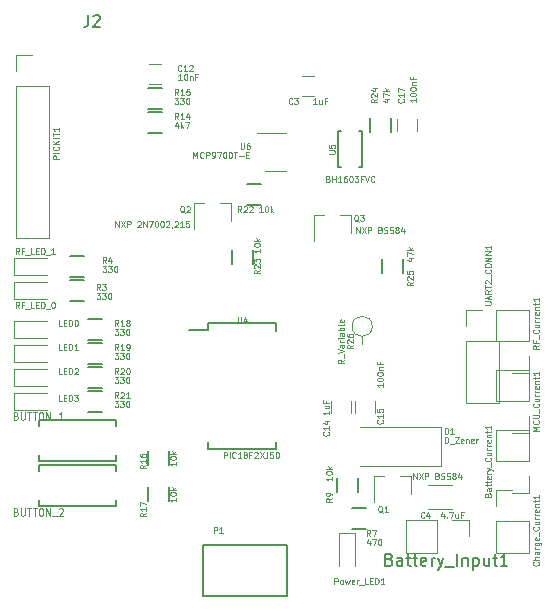
<source format=gbr>
G04 #@! TF.GenerationSoftware,KiCad,Pcbnew,no-vcs-found-7592~57~ubuntu16.04.1*
G04 #@! TF.CreationDate,2017-02-12T17:12:26+02:00*
G04 #@! TF.ProjectId,lora_sensor,6C6F72615F73656E736F722E6B696361,rev?*
G04 #@! TF.FileFunction,Legend,Top*
G04 #@! TF.FilePolarity,Positive*
%FSLAX46Y46*%
G04 Gerber Fmt 4.6, Leading zero omitted, Abs format (unit mm)*
G04 Created by KiCad (PCBNEW no-vcs-found-7592~57~ubuntu16.04.1) date Sun Feb 12 17:12:26 2017*
%MOMM*%
%LPD*%
G01*
G04 APERTURE LIST*
%ADD10C,0.100000*%
%ADD11C,0.120000*%
%ADD12C,0.150000*%
%ADD13C,0.050000*%
G04 APERTURE END LIST*
D10*
D11*
X105530000Y-112910000D02*
X105530000Y-114300000D01*
X104140000Y-112910000D02*
X105530000Y-112910000D01*
X102870000Y-115690000D02*
X102870000Y-112910000D01*
X100210000Y-115690000D02*
X102870000Y-115690000D01*
X100210000Y-112910000D02*
X100210000Y-115690000D01*
X102870000Y-112910000D02*
X100210000Y-112910000D01*
D12*
X83485000Y-96275000D02*
X83485000Y-96850000D01*
X89235000Y-96275000D02*
X89235000Y-96925000D01*
X89235000Y-106925000D02*
X89235000Y-106275000D01*
X83485000Y-106925000D02*
X83485000Y-106275000D01*
X83485000Y-96275000D02*
X89235000Y-96275000D01*
X83485000Y-106925000D02*
X89235000Y-106925000D01*
X83485000Y-96850000D02*
X81885000Y-96850000D01*
X69140000Y-104922000D02*
X69140000Y-104422000D01*
X69140000Y-104422000D02*
X75640000Y-104422000D01*
X75640000Y-104422000D02*
X75640000Y-104922000D01*
X75640000Y-107422000D02*
X75640000Y-107922000D01*
X75640000Y-107922000D02*
X69140000Y-107922000D01*
X69140000Y-107922000D02*
X69140000Y-107422000D01*
X69140000Y-108732000D02*
X69140000Y-108232000D01*
X69140000Y-108232000D02*
X75640000Y-108232000D01*
X75640000Y-108232000D02*
X75640000Y-108732000D01*
X75640000Y-111232000D02*
X75640000Y-111732000D01*
X75640000Y-111732000D02*
X69140000Y-111732000D01*
X69140000Y-111732000D02*
X69140000Y-111232000D01*
D11*
X91448000Y-77050000D02*
X92448000Y-77050000D01*
X92448000Y-75350000D02*
X91448000Y-75350000D01*
X104124000Y-109973000D02*
X102124000Y-109973000D01*
X102124000Y-112023000D02*
X104124000Y-112023000D01*
X79494000Y-74334000D02*
X78494000Y-74334000D01*
X78494000Y-76034000D02*
X79494000Y-76034000D01*
X95592000Y-103878000D02*
X95592000Y-102878000D01*
X93892000Y-102878000D02*
X93892000Y-103878000D01*
X97624000Y-103878000D02*
X97624000Y-102878000D01*
X95924000Y-102878000D02*
X95924000Y-103878000D01*
X101180000Y-80002000D02*
X101180000Y-79002000D01*
X99480000Y-79002000D02*
X99480000Y-80002000D01*
X103206000Y-108330000D02*
X103206000Y-105030000D01*
X103206000Y-105030000D02*
X96306000Y-105030000D01*
X103206000Y-108330000D02*
X96306000Y-108330000D01*
X67034000Y-96074000D02*
X67034000Y-97474000D01*
X67034000Y-97474000D02*
X69834000Y-97474000D01*
X67034000Y-96074000D02*
X69834000Y-96074000D01*
X67034000Y-98106000D02*
X67034000Y-99506000D01*
X67034000Y-99506000D02*
X69834000Y-99506000D01*
X67034000Y-98106000D02*
X69834000Y-98106000D01*
X67034000Y-100138000D02*
X67034000Y-101538000D01*
X67034000Y-101538000D02*
X69834000Y-101538000D01*
X67034000Y-100138000D02*
X69834000Y-100138000D01*
X67034000Y-102170000D02*
X67034000Y-103570000D01*
X67034000Y-103570000D02*
X69834000Y-103570000D01*
X67034000Y-102170000D02*
X69834000Y-102170000D01*
D12*
X90170000Y-115062000D02*
X83058000Y-115062000D01*
X83058000Y-115062000D02*
X83058000Y-119316000D01*
X83058000Y-119316000D02*
X90170000Y-119316000D01*
X90170000Y-119316000D02*
X90170000Y-115062000D01*
D11*
X95950000Y-114024000D02*
X94550000Y-114024000D01*
X94550000Y-114024000D02*
X94550000Y-116824000D01*
X95950000Y-114024000D02*
X95950000Y-116824000D01*
X100640000Y-109222000D02*
X99710000Y-109222000D01*
X97480000Y-109222000D02*
X98410000Y-109222000D01*
X97480000Y-109222000D02*
X97480000Y-111382000D01*
X100640000Y-109222000D02*
X100640000Y-110682000D01*
X85400000Y-86108000D02*
X84470000Y-86108000D01*
X82240000Y-86108000D02*
X83170000Y-86108000D01*
X82240000Y-86108000D02*
X82240000Y-88268000D01*
X85400000Y-86108000D02*
X85400000Y-87568000D01*
X95560000Y-87124000D02*
X94630000Y-87124000D01*
X92400000Y-87124000D02*
X93330000Y-87124000D01*
X92400000Y-87124000D02*
X92400000Y-89284000D01*
X95560000Y-87124000D02*
X95560000Y-88584000D01*
D12*
X71790000Y-92597000D02*
X72990000Y-92597000D01*
X72990000Y-94347000D02*
X71790000Y-94347000D01*
X71790000Y-90565000D02*
X72990000Y-90565000D01*
X72990000Y-92315000D02*
X71790000Y-92315000D01*
X96866000Y-113651000D02*
X95666000Y-113651000D01*
X95666000Y-111901000D02*
X96866000Y-111901000D01*
X94375000Y-110582000D02*
X94375000Y-109382000D01*
X96125000Y-109382000D02*
X96125000Y-110582000D01*
X78394000Y-78373000D02*
X79594000Y-78373000D01*
X79594000Y-80123000D02*
X78394000Y-80123000D01*
X78394000Y-76341000D02*
X79594000Y-76341000D01*
X79594000Y-78091000D02*
X78394000Y-78091000D01*
X80123000Y-107096000D02*
X80123000Y-108296000D01*
X78373000Y-108296000D02*
X78373000Y-107096000D01*
X78373000Y-111344000D02*
X78373000Y-110144000D01*
X80123000Y-110144000D02*
X80123000Y-111344000D01*
X73314000Y-95899000D02*
X74514000Y-95899000D01*
X74514000Y-97649000D02*
X73314000Y-97649000D01*
X73314000Y-97931000D02*
X74514000Y-97931000D01*
X74514000Y-99681000D02*
X73314000Y-99681000D01*
X73314000Y-99963000D02*
X74514000Y-99963000D01*
X74514000Y-101713000D02*
X73314000Y-101713000D01*
X73314000Y-101995000D02*
X74514000Y-101995000D01*
X74514000Y-103745000D02*
X73314000Y-103745000D01*
X86776000Y-84469000D02*
X87976000Y-84469000D01*
X87976000Y-86219000D02*
X86776000Y-86219000D01*
X85485000Y-91278000D02*
X85485000Y-90078000D01*
X87235000Y-90078000D02*
X87235000Y-91278000D01*
X97169000Y-80102000D02*
X97169000Y-78902000D01*
X98919000Y-78902000D02*
X98919000Y-80102000D01*
X98185000Y-92040000D02*
X98185000Y-90840000D01*
X99935000Y-90840000D02*
X99935000Y-92040000D01*
D11*
X97380000Y-96520000D02*
G75*
G03X97380000Y-96520000I-860000J0D01*
G01*
X96520000Y-97380000D02*
X96520000Y-98060000D01*
X67034000Y-92772000D02*
X67034000Y-94172000D01*
X67034000Y-94172000D02*
X69834000Y-94172000D01*
X67034000Y-92772000D02*
X69834000Y-92772000D01*
X67034000Y-90740000D02*
X67034000Y-92140000D01*
X67034000Y-92140000D02*
X69834000Y-92140000D01*
X67034000Y-90740000D02*
X69834000Y-90740000D01*
D12*
X94742000Y-83058000D02*
X94488000Y-83058000D01*
X94488000Y-83058000D02*
X94488000Y-80010000D01*
X94488000Y-80010000D02*
X94742000Y-80010000D01*
X96266000Y-80010000D02*
X96520000Y-80010000D01*
X96520000Y-80010000D02*
X96520000Y-83058000D01*
X96520000Y-83058000D02*
X96266000Y-83058000D01*
D11*
X88254000Y-83398000D02*
X90054000Y-83398000D01*
X90054000Y-80178000D02*
X87604000Y-80178000D01*
X110610000Y-110610000D02*
X109220000Y-110610000D01*
X110610000Y-109220000D02*
X110610000Y-110610000D01*
X107830000Y-107950000D02*
X110610000Y-107950000D01*
X107830000Y-105290000D02*
X107830000Y-107950000D01*
X110610000Y-105290000D02*
X107830000Y-105290000D01*
X110610000Y-107950000D02*
X110610000Y-105290000D01*
X107830000Y-110370000D02*
X109220000Y-110370000D01*
X107830000Y-111760000D02*
X107830000Y-110370000D01*
X110610000Y-113030000D02*
X107830000Y-113030000D01*
X110610000Y-115690000D02*
X110610000Y-113030000D01*
X107830000Y-115690000D02*
X110610000Y-115690000D01*
X107830000Y-113030000D02*
X107830000Y-115690000D01*
X110610000Y-102870000D02*
X110610000Y-100210000D01*
X110610000Y-100210000D02*
X107830000Y-100210000D01*
X107830000Y-100210000D02*
X107830000Y-102870000D01*
X107830000Y-102870000D02*
X110610000Y-102870000D01*
X110610000Y-104140000D02*
X110610000Y-105530000D01*
X110610000Y-105530000D02*
X109220000Y-105530000D01*
X67190000Y-73540000D02*
X68580000Y-73540000D01*
X67190000Y-74930000D02*
X67190000Y-73540000D01*
X69970000Y-76200000D02*
X67190000Y-76200000D01*
X69970000Y-89020000D02*
X69970000Y-76200000D01*
X67190000Y-89020000D02*
X69970000Y-89020000D01*
X67190000Y-76200000D02*
X67190000Y-89020000D01*
X110610000Y-97790000D02*
X110610000Y-95130000D01*
X110610000Y-95130000D02*
X107830000Y-95130000D01*
X107830000Y-95130000D02*
X107830000Y-97790000D01*
X107830000Y-97790000D02*
X110610000Y-97790000D01*
X110610000Y-99060000D02*
X110610000Y-100450000D01*
X110610000Y-100450000D02*
X109220000Y-100450000D01*
X105290000Y-95130000D02*
X106680000Y-95130000D01*
X105290000Y-96520000D02*
X105290000Y-95130000D01*
X108070000Y-97790000D02*
X105290000Y-97790000D01*
X108070000Y-102990000D02*
X108070000Y-97790000D01*
X105290000Y-102990000D02*
X108070000Y-102990000D01*
X105290000Y-97790000D02*
X105290000Y-102990000D01*
D12*
X98822476Y-116260571D02*
X98965333Y-116308190D01*
X99012952Y-116355809D01*
X99060571Y-116451047D01*
X99060571Y-116593904D01*
X99012952Y-116689142D01*
X98965333Y-116736761D01*
X98870095Y-116784380D01*
X98489142Y-116784380D01*
X98489142Y-115784380D01*
X98822476Y-115784380D01*
X98917714Y-115832000D01*
X98965333Y-115879619D01*
X99012952Y-115974857D01*
X99012952Y-116070095D01*
X98965333Y-116165333D01*
X98917714Y-116212952D01*
X98822476Y-116260571D01*
X98489142Y-116260571D01*
X99917714Y-116784380D02*
X99917714Y-116260571D01*
X99870095Y-116165333D01*
X99774857Y-116117714D01*
X99584380Y-116117714D01*
X99489142Y-116165333D01*
X99917714Y-116736761D02*
X99822476Y-116784380D01*
X99584380Y-116784380D01*
X99489142Y-116736761D01*
X99441523Y-116641523D01*
X99441523Y-116546285D01*
X99489142Y-116451047D01*
X99584380Y-116403428D01*
X99822476Y-116403428D01*
X99917714Y-116355809D01*
X100251047Y-116117714D02*
X100632000Y-116117714D01*
X100393904Y-115784380D02*
X100393904Y-116641523D01*
X100441523Y-116736761D01*
X100536761Y-116784380D01*
X100632000Y-116784380D01*
X100822476Y-116117714D02*
X101203428Y-116117714D01*
X100965333Y-115784380D02*
X100965333Y-116641523D01*
X101012952Y-116736761D01*
X101108190Y-116784380D01*
X101203428Y-116784380D01*
X101917714Y-116736761D02*
X101822476Y-116784380D01*
X101632000Y-116784380D01*
X101536761Y-116736761D01*
X101489142Y-116641523D01*
X101489142Y-116260571D01*
X101536761Y-116165333D01*
X101632000Y-116117714D01*
X101822476Y-116117714D01*
X101917714Y-116165333D01*
X101965333Y-116260571D01*
X101965333Y-116355809D01*
X101489142Y-116451047D01*
X102393904Y-116784380D02*
X102393904Y-116117714D01*
X102393904Y-116308190D02*
X102441523Y-116212952D01*
X102489142Y-116165333D01*
X102584380Y-116117714D01*
X102679619Y-116117714D01*
X102917714Y-116117714D02*
X103155809Y-116784380D01*
X103393904Y-116117714D02*
X103155809Y-116784380D01*
X103060571Y-117022476D01*
X103012952Y-117070095D01*
X102917714Y-117117714D01*
X103536761Y-116879619D02*
X104298666Y-116879619D01*
X104536761Y-116784380D02*
X104536761Y-115784380D01*
X105012952Y-116117714D02*
X105012952Y-116784380D01*
X105012952Y-116212952D02*
X105060571Y-116165333D01*
X105155809Y-116117714D01*
X105298666Y-116117714D01*
X105393904Y-116165333D01*
X105441523Y-116260571D01*
X105441523Y-116784380D01*
X105917714Y-116117714D02*
X105917714Y-117117714D01*
X105917714Y-116165333D02*
X106012952Y-116117714D01*
X106203428Y-116117714D01*
X106298666Y-116165333D01*
X106346285Y-116212952D01*
X106393904Y-116308190D01*
X106393904Y-116593904D01*
X106346285Y-116689142D01*
X106298666Y-116736761D01*
X106203428Y-116784380D01*
X106012952Y-116784380D01*
X105917714Y-116736761D01*
X107251047Y-116117714D02*
X107251047Y-116784380D01*
X106822476Y-116117714D02*
X106822476Y-116641523D01*
X106870095Y-116736761D01*
X106965333Y-116784380D01*
X107108190Y-116784380D01*
X107203428Y-116736761D01*
X107251047Y-116689142D01*
X107584380Y-116117714D02*
X107965333Y-116117714D01*
X107727238Y-115784380D02*
X107727238Y-116641523D01*
X107774857Y-116736761D01*
X107870095Y-116784380D01*
X107965333Y-116784380D01*
X108822476Y-116784380D02*
X108251047Y-116784380D01*
X108536761Y-116784380D02*
X108536761Y-115784380D01*
X108441523Y-115927238D01*
X108346285Y-116022476D01*
X108251047Y-116070095D01*
X73326666Y-70182380D02*
X73326666Y-70896666D01*
X73279047Y-71039523D01*
X73183809Y-71134761D01*
X73040952Y-71182380D01*
X72945714Y-71182380D01*
X73755238Y-70277619D02*
X73802857Y-70230000D01*
X73898095Y-70182380D01*
X74136190Y-70182380D01*
X74231428Y-70230000D01*
X74279047Y-70277619D01*
X74326666Y-70372857D01*
X74326666Y-70468095D01*
X74279047Y-70610952D01*
X73707619Y-71182380D01*
X74326666Y-71182380D01*
D13*
X85979047Y-95738190D02*
X85979047Y-96142952D01*
X86002857Y-96190571D01*
X86026666Y-96214380D01*
X86074285Y-96238190D01*
X86169523Y-96238190D01*
X86217142Y-96214380D01*
X86240952Y-96190571D01*
X86264761Y-96142952D01*
X86264761Y-95738190D01*
X86717142Y-95904857D02*
X86717142Y-96238190D01*
X86598095Y-95714380D02*
X86479047Y-96071523D01*
X86788571Y-96071523D01*
X84788666Y-107668190D02*
X84788666Y-107168190D01*
X84979142Y-107168190D01*
X85026761Y-107192000D01*
X85050571Y-107215809D01*
X85074380Y-107263428D01*
X85074380Y-107334857D01*
X85050571Y-107382476D01*
X85026761Y-107406285D01*
X84979142Y-107430095D01*
X84788666Y-107430095D01*
X85288666Y-107668190D02*
X85288666Y-107168190D01*
X85812476Y-107620571D02*
X85788666Y-107644380D01*
X85717238Y-107668190D01*
X85669619Y-107668190D01*
X85598190Y-107644380D01*
X85550571Y-107596761D01*
X85526761Y-107549142D01*
X85502952Y-107453904D01*
X85502952Y-107382476D01*
X85526761Y-107287238D01*
X85550571Y-107239619D01*
X85598190Y-107192000D01*
X85669619Y-107168190D01*
X85717238Y-107168190D01*
X85788666Y-107192000D01*
X85812476Y-107215809D01*
X86288666Y-107668190D02*
X86002952Y-107668190D01*
X86145809Y-107668190D02*
X86145809Y-107168190D01*
X86098190Y-107239619D01*
X86050571Y-107287238D01*
X86002952Y-107311047D01*
X86574380Y-107382476D02*
X86526761Y-107358666D01*
X86502952Y-107334857D01*
X86479142Y-107287238D01*
X86479142Y-107263428D01*
X86502952Y-107215809D01*
X86526761Y-107192000D01*
X86574380Y-107168190D01*
X86669619Y-107168190D01*
X86717238Y-107192000D01*
X86741047Y-107215809D01*
X86764857Y-107263428D01*
X86764857Y-107287238D01*
X86741047Y-107334857D01*
X86717238Y-107358666D01*
X86669619Y-107382476D01*
X86574380Y-107382476D01*
X86526761Y-107406285D01*
X86502952Y-107430095D01*
X86479142Y-107477714D01*
X86479142Y-107572952D01*
X86502952Y-107620571D01*
X86526761Y-107644380D01*
X86574380Y-107668190D01*
X86669619Y-107668190D01*
X86717238Y-107644380D01*
X86741047Y-107620571D01*
X86764857Y-107572952D01*
X86764857Y-107477714D01*
X86741047Y-107430095D01*
X86717238Y-107406285D01*
X86669619Y-107382476D01*
X87145809Y-107406285D02*
X86979142Y-107406285D01*
X86979142Y-107668190D02*
X86979142Y-107168190D01*
X87217238Y-107168190D01*
X87383904Y-107215809D02*
X87407714Y-107192000D01*
X87455333Y-107168190D01*
X87574380Y-107168190D01*
X87622000Y-107192000D01*
X87645809Y-107215809D01*
X87669619Y-107263428D01*
X87669619Y-107311047D01*
X87645809Y-107382476D01*
X87360095Y-107668190D01*
X87669619Y-107668190D01*
X87836285Y-107168190D02*
X88169619Y-107668190D01*
X88169619Y-107168190D02*
X87836285Y-107668190D01*
X88502952Y-107168190D02*
X88502952Y-107525333D01*
X88479142Y-107596761D01*
X88431523Y-107644380D01*
X88360095Y-107668190D01*
X88312476Y-107668190D01*
X88979142Y-107168190D02*
X88741047Y-107168190D01*
X88717238Y-107406285D01*
X88741047Y-107382476D01*
X88788666Y-107358666D01*
X88907714Y-107358666D01*
X88955333Y-107382476D01*
X88979142Y-107406285D01*
X89002952Y-107453904D01*
X89002952Y-107572952D01*
X88979142Y-107620571D01*
X88955333Y-107644380D01*
X88907714Y-107668190D01*
X88788666Y-107668190D01*
X88741047Y-107644380D01*
X88717238Y-107620571D01*
X89312476Y-107168190D02*
X89360095Y-107168190D01*
X89407714Y-107192000D01*
X89431523Y-107215809D01*
X89455333Y-107263428D01*
X89479142Y-107358666D01*
X89479142Y-107477714D01*
X89455333Y-107572952D01*
X89431523Y-107620571D01*
X89407714Y-107644380D01*
X89360095Y-107668190D01*
X89312476Y-107668190D01*
X89264857Y-107644380D01*
X89241047Y-107620571D01*
X89217238Y-107572952D01*
X89193428Y-107477714D01*
X89193428Y-107358666D01*
X89217238Y-107263428D01*
X89241047Y-107215809D01*
X89264857Y-107192000D01*
X89312476Y-107168190D01*
X67216571Y-104097142D02*
X67302285Y-104125714D01*
X67330857Y-104154285D01*
X67359428Y-104211428D01*
X67359428Y-104297142D01*
X67330857Y-104354285D01*
X67302285Y-104382857D01*
X67245142Y-104411428D01*
X67016571Y-104411428D01*
X67016571Y-103811428D01*
X67216571Y-103811428D01*
X67273714Y-103840000D01*
X67302285Y-103868571D01*
X67330857Y-103925714D01*
X67330857Y-103982857D01*
X67302285Y-104040000D01*
X67273714Y-104068571D01*
X67216571Y-104097142D01*
X67016571Y-104097142D01*
X67616571Y-103811428D02*
X67616571Y-104297142D01*
X67645142Y-104354285D01*
X67673714Y-104382857D01*
X67730857Y-104411428D01*
X67845142Y-104411428D01*
X67902285Y-104382857D01*
X67930857Y-104354285D01*
X67959428Y-104297142D01*
X67959428Y-103811428D01*
X68159428Y-103811428D02*
X68502285Y-103811428D01*
X68330857Y-104411428D02*
X68330857Y-103811428D01*
X68616571Y-103811428D02*
X68959428Y-103811428D01*
X68788000Y-104411428D02*
X68788000Y-103811428D01*
X69273714Y-103811428D02*
X69388000Y-103811428D01*
X69445142Y-103840000D01*
X69502285Y-103897142D01*
X69530857Y-104011428D01*
X69530857Y-104211428D01*
X69502285Y-104325714D01*
X69445142Y-104382857D01*
X69388000Y-104411428D01*
X69273714Y-104411428D01*
X69216571Y-104382857D01*
X69159428Y-104325714D01*
X69130857Y-104211428D01*
X69130857Y-104011428D01*
X69159428Y-103897142D01*
X69216571Y-103840000D01*
X69273714Y-103811428D01*
X69788000Y-104411428D02*
X69788000Y-103811428D01*
X70130857Y-104411428D01*
X70130857Y-103811428D01*
X70273714Y-104468571D02*
X70730857Y-104468571D01*
X71188000Y-104411428D02*
X70845142Y-104411428D01*
X71016571Y-104411428D02*
X71016571Y-103811428D01*
X70959428Y-103897142D01*
X70902285Y-103954285D01*
X70845142Y-103982857D01*
X67216571Y-112225142D02*
X67302285Y-112253714D01*
X67330857Y-112282285D01*
X67359428Y-112339428D01*
X67359428Y-112425142D01*
X67330857Y-112482285D01*
X67302285Y-112510857D01*
X67245142Y-112539428D01*
X67016571Y-112539428D01*
X67016571Y-111939428D01*
X67216571Y-111939428D01*
X67273714Y-111968000D01*
X67302285Y-111996571D01*
X67330857Y-112053714D01*
X67330857Y-112110857D01*
X67302285Y-112168000D01*
X67273714Y-112196571D01*
X67216571Y-112225142D01*
X67016571Y-112225142D01*
X67616571Y-111939428D02*
X67616571Y-112425142D01*
X67645142Y-112482285D01*
X67673714Y-112510857D01*
X67730857Y-112539428D01*
X67845142Y-112539428D01*
X67902285Y-112510857D01*
X67930857Y-112482285D01*
X67959428Y-112425142D01*
X67959428Y-111939428D01*
X68159428Y-111939428D02*
X68502285Y-111939428D01*
X68330857Y-112539428D02*
X68330857Y-111939428D01*
X68616571Y-111939428D02*
X68959428Y-111939428D01*
X68788000Y-112539428D02*
X68788000Y-111939428D01*
X69273714Y-111939428D02*
X69388000Y-111939428D01*
X69445142Y-111968000D01*
X69502285Y-112025142D01*
X69530857Y-112139428D01*
X69530857Y-112339428D01*
X69502285Y-112453714D01*
X69445142Y-112510857D01*
X69388000Y-112539428D01*
X69273714Y-112539428D01*
X69216571Y-112510857D01*
X69159428Y-112453714D01*
X69130857Y-112339428D01*
X69130857Y-112139428D01*
X69159428Y-112025142D01*
X69216571Y-111968000D01*
X69273714Y-111939428D01*
X69788000Y-112539428D02*
X69788000Y-111939428D01*
X70130857Y-112539428D01*
X70130857Y-111939428D01*
X70273714Y-112596571D02*
X70730857Y-112596571D01*
X70845142Y-111996571D02*
X70873714Y-111968000D01*
X70930857Y-111939428D01*
X71073714Y-111939428D01*
X71130857Y-111968000D01*
X71159428Y-111996571D01*
X71188000Y-112053714D01*
X71188000Y-112110857D01*
X71159428Y-112196571D01*
X70816571Y-112539428D01*
X71188000Y-112539428D01*
X90594666Y-77648571D02*
X90570857Y-77672380D01*
X90499428Y-77696190D01*
X90451809Y-77696190D01*
X90380380Y-77672380D01*
X90332761Y-77624761D01*
X90308952Y-77577142D01*
X90285142Y-77481904D01*
X90285142Y-77410476D01*
X90308952Y-77315238D01*
X90332761Y-77267619D01*
X90380380Y-77220000D01*
X90451809Y-77196190D01*
X90499428Y-77196190D01*
X90570857Y-77220000D01*
X90594666Y-77243809D01*
X90761333Y-77196190D02*
X91070857Y-77196190D01*
X90904190Y-77386666D01*
X90975619Y-77386666D01*
X91023238Y-77410476D01*
X91047047Y-77434285D01*
X91070857Y-77481904D01*
X91070857Y-77600952D01*
X91047047Y-77648571D01*
X91023238Y-77672380D01*
X90975619Y-77696190D01*
X90832761Y-77696190D01*
X90785142Y-77672380D01*
X90761333Y-77648571D01*
X92666380Y-77696190D02*
X92380666Y-77696190D01*
X92523523Y-77696190D02*
X92523523Y-77196190D01*
X92475904Y-77267619D01*
X92428285Y-77315238D01*
X92380666Y-77339047D01*
X93094952Y-77362857D02*
X93094952Y-77696190D01*
X92880666Y-77362857D02*
X92880666Y-77624761D01*
X92904476Y-77672380D01*
X92952095Y-77696190D01*
X93023523Y-77696190D01*
X93071142Y-77672380D01*
X93094952Y-77648571D01*
X93499714Y-77434285D02*
X93333047Y-77434285D01*
X93333047Y-77696190D02*
X93333047Y-77196190D01*
X93571142Y-77196190D01*
X101770666Y-112700571D02*
X101746857Y-112724380D01*
X101675428Y-112748190D01*
X101627809Y-112748190D01*
X101556380Y-112724380D01*
X101508761Y-112676761D01*
X101484952Y-112629142D01*
X101461142Y-112533904D01*
X101461142Y-112462476D01*
X101484952Y-112367238D01*
X101508761Y-112319619D01*
X101556380Y-112272000D01*
X101627809Y-112248190D01*
X101675428Y-112248190D01*
X101746857Y-112272000D01*
X101770666Y-112295809D01*
X102199238Y-112414857D02*
X102199238Y-112748190D01*
X102080190Y-112224380D02*
X101961142Y-112581523D01*
X102270666Y-112581523D01*
X103437619Y-112414857D02*
X103437619Y-112748190D01*
X103318571Y-112224380D02*
X103199523Y-112581523D01*
X103509047Y-112581523D01*
X103699523Y-112700571D02*
X103723333Y-112724380D01*
X103699523Y-112748190D01*
X103675714Y-112724380D01*
X103699523Y-112700571D01*
X103699523Y-112748190D01*
X103890000Y-112248190D02*
X104223333Y-112248190D01*
X104009047Y-112748190D01*
X104628095Y-112414857D02*
X104628095Y-112748190D01*
X104413809Y-112414857D02*
X104413809Y-112676761D01*
X104437619Y-112724380D01*
X104485238Y-112748190D01*
X104556666Y-112748190D01*
X104604285Y-112724380D01*
X104628095Y-112700571D01*
X105032857Y-112486285D02*
X104866190Y-112486285D01*
X104866190Y-112748190D02*
X104866190Y-112248190D01*
X105104285Y-112248190D01*
X81212571Y-74854571D02*
X81188761Y-74878380D01*
X81117333Y-74902190D01*
X81069714Y-74902190D01*
X80998285Y-74878380D01*
X80950666Y-74830761D01*
X80926857Y-74783142D01*
X80903047Y-74687904D01*
X80903047Y-74616476D01*
X80926857Y-74521238D01*
X80950666Y-74473619D01*
X80998285Y-74426000D01*
X81069714Y-74402190D01*
X81117333Y-74402190D01*
X81188761Y-74426000D01*
X81212571Y-74449809D01*
X81688761Y-74902190D02*
X81403047Y-74902190D01*
X81545904Y-74902190D02*
X81545904Y-74402190D01*
X81498285Y-74473619D01*
X81450666Y-74521238D01*
X81403047Y-74545047D01*
X81879238Y-74449809D02*
X81903047Y-74426000D01*
X81950666Y-74402190D01*
X82069714Y-74402190D01*
X82117333Y-74426000D01*
X82141142Y-74449809D01*
X82164952Y-74497428D01*
X82164952Y-74545047D01*
X82141142Y-74616476D01*
X81855428Y-74902190D01*
X82164952Y-74902190D01*
X81252285Y-75664190D02*
X80966571Y-75664190D01*
X81109428Y-75664190D02*
X81109428Y-75164190D01*
X81061809Y-75235619D01*
X81014190Y-75283238D01*
X80966571Y-75307047D01*
X81561809Y-75164190D02*
X81609428Y-75164190D01*
X81657047Y-75188000D01*
X81680857Y-75211809D01*
X81704666Y-75259428D01*
X81728476Y-75354666D01*
X81728476Y-75473714D01*
X81704666Y-75568952D01*
X81680857Y-75616571D01*
X81657047Y-75640380D01*
X81609428Y-75664190D01*
X81561809Y-75664190D01*
X81514190Y-75640380D01*
X81490380Y-75616571D01*
X81466571Y-75568952D01*
X81442761Y-75473714D01*
X81442761Y-75354666D01*
X81466571Y-75259428D01*
X81490380Y-75211809D01*
X81514190Y-75188000D01*
X81561809Y-75164190D01*
X81942761Y-75330857D02*
X81942761Y-75664190D01*
X81942761Y-75378476D02*
X81966571Y-75354666D01*
X82014190Y-75330857D01*
X82085619Y-75330857D01*
X82133238Y-75354666D01*
X82157047Y-75402285D01*
X82157047Y-75664190D01*
X82561809Y-75402285D02*
X82395142Y-75402285D01*
X82395142Y-75664190D02*
X82395142Y-75164190D01*
X82633238Y-75164190D01*
X93650571Y-105477428D02*
X93674380Y-105501238D01*
X93698190Y-105572666D01*
X93698190Y-105620285D01*
X93674380Y-105691714D01*
X93626761Y-105739333D01*
X93579142Y-105763142D01*
X93483904Y-105786952D01*
X93412476Y-105786952D01*
X93317238Y-105763142D01*
X93269619Y-105739333D01*
X93222000Y-105691714D01*
X93198190Y-105620285D01*
X93198190Y-105572666D01*
X93222000Y-105501238D01*
X93245809Y-105477428D01*
X93698190Y-105001238D02*
X93698190Y-105286952D01*
X93698190Y-105144095D02*
X93198190Y-105144095D01*
X93269619Y-105191714D01*
X93317238Y-105239333D01*
X93341047Y-105286952D01*
X93364857Y-104572666D02*
X93698190Y-104572666D01*
X93174380Y-104691714D02*
X93531523Y-104810761D01*
X93531523Y-104501238D01*
X93698190Y-103675619D02*
X93698190Y-103961333D01*
X93698190Y-103818476D02*
X93198190Y-103818476D01*
X93269619Y-103866095D01*
X93317238Y-103913714D01*
X93341047Y-103961333D01*
X93364857Y-103247047D02*
X93698190Y-103247047D01*
X93364857Y-103461333D02*
X93626761Y-103461333D01*
X93674380Y-103437523D01*
X93698190Y-103389904D01*
X93698190Y-103318476D01*
X93674380Y-103270857D01*
X93650571Y-103247047D01*
X93436285Y-102842285D02*
X93436285Y-103008952D01*
X93698190Y-103008952D02*
X93198190Y-103008952D01*
X93198190Y-102770857D01*
X98222571Y-104461428D02*
X98246380Y-104485238D01*
X98270190Y-104556666D01*
X98270190Y-104604285D01*
X98246380Y-104675714D01*
X98198761Y-104723333D01*
X98151142Y-104747142D01*
X98055904Y-104770952D01*
X97984476Y-104770952D01*
X97889238Y-104747142D01*
X97841619Y-104723333D01*
X97794000Y-104675714D01*
X97770190Y-104604285D01*
X97770190Y-104556666D01*
X97794000Y-104485238D01*
X97817809Y-104461428D01*
X98270190Y-103985238D02*
X98270190Y-104270952D01*
X98270190Y-104128095D02*
X97770190Y-104128095D01*
X97841619Y-104175714D01*
X97889238Y-104223333D01*
X97913047Y-104270952D01*
X97770190Y-103532857D02*
X97770190Y-103770952D01*
X98008285Y-103794761D01*
X97984476Y-103770952D01*
X97960666Y-103723333D01*
X97960666Y-103604285D01*
X97984476Y-103556666D01*
X98008285Y-103532857D01*
X98055904Y-103509047D01*
X98174952Y-103509047D01*
X98222571Y-103532857D01*
X98246380Y-103556666D01*
X98270190Y-103604285D01*
X98270190Y-103723333D01*
X98246380Y-103770952D01*
X98222571Y-103794761D01*
X98270190Y-101357809D02*
X98270190Y-101643523D01*
X98270190Y-101500666D02*
X97770190Y-101500666D01*
X97841619Y-101548285D01*
X97889238Y-101595904D01*
X97913047Y-101643523D01*
X97770190Y-101048285D02*
X97770190Y-101000666D01*
X97794000Y-100953047D01*
X97817809Y-100929238D01*
X97865428Y-100905428D01*
X97960666Y-100881619D01*
X98079714Y-100881619D01*
X98174952Y-100905428D01*
X98222571Y-100929238D01*
X98246380Y-100953047D01*
X98270190Y-101000666D01*
X98270190Y-101048285D01*
X98246380Y-101095904D01*
X98222571Y-101119714D01*
X98174952Y-101143523D01*
X98079714Y-101167333D01*
X97960666Y-101167333D01*
X97865428Y-101143523D01*
X97817809Y-101119714D01*
X97794000Y-101095904D01*
X97770190Y-101048285D01*
X97770190Y-100572095D02*
X97770190Y-100524476D01*
X97794000Y-100476857D01*
X97817809Y-100453047D01*
X97865428Y-100429238D01*
X97960666Y-100405428D01*
X98079714Y-100405428D01*
X98174952Y-100429238D01*
X98222571Y-100453047D01*
X98246380Y-100476857D01*
X98270190Y-100524476D01*
X98270190Y-100572095D01*
X98246380Y-100619714D01*
X98222571Y-100643523D01*
X98174952Y-100667333D01*
X98079714Y-100691142D01*
X97960666Y-100691142D01*
X97865428Y-100667333D01*
X97817809Y-100643523D01*
X97794000Y-100619714D01*
X97770190Y-100572095D01*
X97936857Y-100191142D02*
X98270190Y-100191142D01*
X97984476Y-100191142D02*
X97960666Y-100167333D01*
X97936857Y-100119714D01*
X97936857Y-100048285D01*
X97960666Y-100000666D01*
X98008285Y-99976857D01*
X98270190Y-99976857D01*
X98008285Y-99572095D02*
X98008285Y-99738761D01*
X98270190Y-99738761D02*
X97770190Y-99738761D01*
X97770190Y-99500666D01*
X100000571Y-77283428D02*
X100024380Y-77307238D01*
X100048190Y-77378666D01*
X100048190Y-77426285D01*
X100024380Y-77497714D01*
X99976761Y-77545333D01*
X99929142Y-77569142D01*
X99833904Y-77592952D01*
X99762476Y-77592952D01*
X99667238Y-77569142D01*
X99619619Y-77545333D01*
X99572000Y-77497714D01*
X99548190Y-77426285D01*
X99548190Y-77378666D01*
X99572000Y-77307238D01*
X99595809Y-77283428D01*
X100048190Y-76807238D02*
X100048190Y-77092952D01*
X100048190Y-76950095D02*
X99548190Y-76950095D01*
X99619619Y-76997714D01*
X99667238Y-77045333D01*
X99691047Y-77092952D01*
X99548190Y-76640571D02*
X99548190Y-76307238D01*
X100048190Y-76521523D01*
X101064190Y-77227809D02*
X101064190Y-77513523D01*
X101064190Y-77370666D02*
X100564190Y-77370666D01*
X100635619Y-77418285D01*
X100683238Y-77465904D01*
X100707047Y-77513523D01*
X100564190Y-76918285D02*
X100564190Y-76870666D01*
X100588000Y-76823047D01*
X100611809Y-76799238D01*
X100659428Y-76775428D01*
X100754666Y-76751619D01*
X100873714Y-76751619D01*
X100968952Y-76775428D01*
X101016571Y-76799238D01*
X101040380Y-76823047D01*
X101064190Y-76870666D01*
X101064190Y-76918285D01*
X101040380Y-76965904D01*
X101016571Y-76989714D01*
X100968952Y-77013523D01*
X100873714Y-77037333D01*
X100754666Y-77037333D01*
X100659428Y-77013523D01*
X100611809Y-76989714D01*
X100588000Y-76965904D01*
X100564190Y-76918285D01*
X100564190Y-76442095D02*
X100564190Y-76394476D01*
X100588000Y-76346857D01*
X100611809Y-76323047D01*
X100659428Y-76299238D01*
X100754666Y-76275428D01*
X100873714Y-76275428D01*
X100968952Y-76299238D01*
X101016571Y-76323047D01*
X101040380Y-76346857D01*
X101064190Y-76394476D01*
X101064190Y-76442095D01*
X101040380Y-76489714D01*
X101016571Y-76513523D01*
X100968952Y-76537333D01*
X100873714Y-76561142D01*
X100754666Y-76561142D01*
X100659428Y-76537333D01*
X100611809Y-76513523D01*
X100588000Y-76489714D01*
X100564190Y-76442095D01*
X100730857Y-76061142D02*
X101064190Y-76061142D01*
X100778476Y-76061142D02*
X100754666Y-76037333D01*
X100730857Y-75989714D01*
X100730857Y-75918285D01*
X100754666Y-75870666D01*
X100802285Y-75846857D01*
X101064190Y-75846857D01*
X100802285Y-75442095D02*
X100802285Y-75608761D01*
X101064190Y-75608761D02*
X100564190Y-75608761D01*
X100564190Y-75370666D01*
X103516952Y-105636190D02*
X103516952Y-105136190D01*
X103636000Y-105136190D01*
X103707428Y-105160000D01*
X103755047Y-105207619D01*
X103778857Y-105255238D01*
X103802666Y-105350476D01*
X103802666Y-105421904D01*
X103778857Y-105517142D01*
X103755047Y-105564761D01*
X103707428Y-105612380D01*
X103636000Y-105636190D01*
X103516952Y-105636190D01*
X104278857Y-105636190D02*
X103993142Y-105636190D01*
X104136000Y-105636190D02*
X104136000Y-105136190D01*
X104088380Y-105207619D01*
X104040761Y-105255238D01*
X103993142Y-105279047D01*
X103532952Y-106398190D02*
X103532952Y-105898190D01*
X103652000Y-105898190D01*
X103723428Y-105922000D01*
X103771047Y-105969619D01*
X103794857Y-106017238D01*
X103818666Y-106112476D01*
X103818666Y-106183904D01*
X103794857Y-106279142D01*
X103771047Y-106326761D01*
X103723428Y-106374380D01*
X103652000Y-106398190D01*
X103532952Y-106398190D01*
X103913904Y-106445809D02*
X104294857Y-106445809D01*
X104366285Y-105898190D02*
X104699619Y-105898190D01*
X104366285Y-106398190D01*
X104699619Y-106398190D01*
X105080571Y-106374380D02*
X105032952Y-106398190D01*
X104937714Y-106398190D01*
X104890095Y-106374380D01*
X104866285Y-106326761D01*
X104866285Y-106136285D01*
X104890095Y-106088666D01*
X104937714Y-106064857D01*
X105032952Y-106064857D01*
X105080571Y-106088666D01*
X105104380Y-106136285D01*
X105104380Y-106183904D01*
X104866285Y-106231523D01*
X105318666Y-106064857D02*
X105318666Y-106398190D01*
X105318666Y-106112476D02*
X105342476Y-106088666D01*
X105390095Y-106064857D01*
X105461523Y-106064857D01*
X105509142Y-106088666D01*
X105532952Y-106136285D01*
X105532952Y-106398190D01*
X105961523Y-106374380D02*
X105913904Y-106398190D01*
X105818666Y-106398190D01*
X105771047Y-106374380D01*
X105747238Y-106326761D01*
X105747238Y-106136285D01*
X105771047Y-106088666D01*
X105818666Y-106064857D01*
X105913904Y-106064857D01*
X105961523Y-106088666D01*
X105985333Y-106136285D01*
X105985333Y-106183904D01*
X105747238Y-106231523D01*
X106199619Y-106398190D02*
X106199619Y-106064857D01*
X106199619Y-106160095D02*
X106223428Y-106112476D01*
X106247238Y-106088666D01*
X106294857Y-106064857D01*
X106342476Y-106064857D01*
X71068476Y-96492190D02*
X70830380Y-96492190D01*
X70830380Y-95992190D01*
X71235142Y-96230285D02*
X71401809Y-96230285D01*
X71473238Y-96492190D02*
X71235142Y-96492190D01*
X71235142Y-95992190D01*
X71473238Y-95992190D01*
X71687523Y-96492190D02*
X71687523Y-95992190D01*
X71806571Y-95992190D01*
X71878000Y-96016000D01*
X71925619Y-96063619D01*
X71949428Y-96111238D01*
X71973238Y-96206476D01*
X71973238Y-96277904D01*
X71949428Y-96373142D01*
X71925619Y-96420761D01*
X71878000Y-96468380D01*
X71806571Y-96492190D01*
X71687523Y-96492190D01*
X72282761Y-95992190D02*
X72330380Y-95992190D01*
X72378000Y-96016000D01*
X72401809Y-96039809D01*
X72425619Y-96087428D01*
X72449428Y-96182666D01*
X72449428Y-96301714D01*
X72425619Y-96396952D01*
X72401809Y-96444571D01*
X72378000Y-96468380D01*
X72330380Y-96492190D01*
X72282761Y-96492190D01*
X72235142Y-96468380D01*
X72211333Y-96444571D01*
X72187523Y-96396952D01*
X72163714Y-96301714D01*
X72163714Y-96182666D01*
X72187523Y-96087428D01*
X72211333Y-96039809D01*
X72235142Y-96016000D01*
X72282761Y-95992190D01*
X71068476Y-98524190D02*
X70830380Y-98524190D01*
X70830380Y-98024190D01*
X71235142Y-98262285D02*
X71401809Y-98262285D01*
X71473238Y-98524190D02*
X71235142Y-98524190D01*
X71235142Y-98024190D01*
X71473238Y-98024190D01*
X71687523Y-98524190D02*
X71687523Y-98024190D01*
X71806571Y-98024190D01*
X71878000Y-98048000D01*
X71925619Y-98095619D01*
X71949428Y-98143238D01*
X71973238Y-98238476D01*
X71973238Y-98309904D01*
X71949428Y-98405142D01*
X71925619Y-98452761D01*
X71878000Y-98500380D01*
X71806571Y-98524190D01*
X71687523Y-98524190D01*
X72449428Y-98524190D02*
X72163714Y-98524190D01*
X72306571Y-98524190D02*
X72306571Y-98024190D01*
X72258952Y-98095619D01*
X72211333Y-98143238D01*
X72163714Y-98167047D01*
X71068476Y-100556190D02*
X70830380Y-100556190D01*
X70830380Y-100056190D01*
X71235142Y-100294285D02*
X71401809Y-100294285D01*
X71473238Y-100556190D02*
X71235142Y-100556190D01*
X71235142Y-100056190D01*
X71473238Y-100056190D01*
X71687523Y-100556190D02*
X71687523Y-100056190D01*
X71806571Y-100056190D01*
X71878000Y-100080000D01*
X71925619Y-100127619D01*
X71949428Y-100175238D01*
X71973238Y-100270476D01*
X71973238Y-100341904D01*
X71949428Y-100437142D01*
X71925619Y-100484761D01*
X71878000Y-100532380D01*
X71806571Y-100556190D01*
X71687523Y-100556190D01*
X72163714Y-100103809D02*
X72187523Y-100080000D01*
X72235142Y-100056190D01*
X72354190Y-100056190D01*
X72401809Y-100080000D01*
X72425619Y-100103809D01*
X72449428Y-100151428D01*
X72449428Y-100199047D01*
X72425619Y-100270476D01*
X72139904Y-100556190D01*
X72449428Y-100556190D01*
X71068476Y-102842190D02*
X70830380Y-102842190D01*
X70830380Y-102342190D01*
X71235142Y-102580285D02*
X71401809Y-102580285D01*
X71473238Y-102842190D02*
X71235142Y-102842190D01*
X71235142Y-102342190D01*
X71473238Y-102342190D01*
X71687523Y-102842190D02*
X71687523Y-102342190D01*
X71806571Y-102342190D01*
X71878000Y-102366000D01*
X71925619Y-102413619D01*
X71949428Y-102461238D01*
X71973238Y-102556476D01*
X71973238Y-102627904D01*
X71949428Y-102723142D01*
X71925619Y-102770761D01*
X71878000Y-102818380D01*
X71806571Y-102842190D01*
X71687523Y-102842190D01*
X72139904Y-102342190D02*
X72449428Y-102342190D01*
X72282761Y-102532666D01*
X72354190Y-102532666D01*
X72401809Y-102556476D01*
X72425619Y-102580285D01*
X72449428Y-102627904D01*
X72449428Y-102746952D01*
X72425619Y-102794571D01*
X72401809Y-102818380D01*
X72354190Y-102842190D01*
X72211333Y-102842190D01*
X72163714Y-102818380D01*
X72139904Y-102794571D01*
X83958952Y-114018190D02*
X83958952Y-113518190D01*
X84149428Y-113518190D01*
X84197047Y-113542000D01*
X84220857Y-113565809D01*
X84244666Y-113613428D01*
X84244666Y-113684857D01*
X84220857Y-113732476D01*
X84197047Y-113756285D01*
X84149428Y-113780095D01*
X83958952Y-113780095D01*
X84720857Y-114018190D02*
X84435142Y-114018190D01*
X84578000Y-114018190D02*
X84578000Y-113518190D01*
X84530380Y-113589619D01*
X84482761Y-113637238D01*
X84435142Y-113661047D01*
X94170761Y-118336190D02*
X94170761Y-117836190D01*
X94361238Y-117836190D01*
X94408857Y-117860000D01*
X94432666Y-117883809D01*
X94456476Y-117931428D01*
X94456476Y-118002857D01*
X94432666Y-118050476D01*
X94408857Y-118074285D01*
X94361238Y-118098095D01*
X94170761Y-118098095D01*
X94742190Y-118336190D02*
X94694571Y-118312380D01*
X94670761Y-118288571D01*
X94646952Y-118240952D01*
X94646952Y-118098095D01*
X94670761Y-118050476D01*
X94694571Y-118026666D01*
X94742190Y-118002857D01*
X94813619Y-118002857D01*
X94861238Y-118026666D01*
X94885047Y-118050476D01*
X94908857Y-118098095D01*
X94908857Y-118240952D01*
X94885047Y-118288571D01*
X94861238Y-118312380D01*
X94813619Y-118336190D01*
X94742190Y-118336190D01*
X95075523Y-118002857D02*
X95170761Y-118336190D01*
X95266000Y-118098095D01*
X95361238Y-118336190D01*
X95456476Y-118002857D01*
X95837428Y-118312380D02*
X95789809Y-118336190D01*
X95694571Y-118336190D01*
X95646952Y-118312380D01*
X95623142Y-118264761D01*
X95623142Y-118074285D01*
X95646952Y-118026666D01*
X95694571Y-118002857D01*
X95789809Y-118002857D01*
X95837428Y-118026666D01*
X95861238Y-118074285D01*
X95861238Y-118121904D01*
X95623142Y-118169523D01*
X96075523Y-118336190D02*
X96075523Y-118002857D01*
X96075523Y-118098095D02*
X96099333Y-118050476D01*
X96123142Y-118026666D01*
X96170761Y-118002857D01*
X96218380Y-118002857D01*
X96266000Y-118383809D02*
X96646952Y-118383809D01*
X97004095Y-118336190D02*
X96766000Y-118336190D01*
X96766000Y-117836190D01*
X97170761Y-118074285D02*
X97337428Y-118074285D01*
X97408857Y-118336190D02*
X97170761Y-118336190D01*
X97170761Y-117836190D01*
X97408857Y-117836190D01*
X97623142Y-118336190D02*
X97623142Y-117836190D01*
X97742190Y-117836190D01*
X97813619Y-117860000D01*
X97861238Y-117907619D01*
X97885047Y-117955238D01*
X97908857Y-118050476D01*
X97908857Y-118121904D01*
X97885047Y-118217142D01*
X97861238Y-118264761D01*
X97813619Y-118312380D01*
X97742190Y-118336190D01*
X97623142Y-118336190D01*
X98385047Y-118336190D02*
X98099333Y-118336190D01*
X98242190Y-118336190D02*
X98242190Y-117836190D01*
X98194571Y-117907619D01*
X98146952Y-117955238D01*
X98099333Y-117979047D01*
X98250380Y-112287809D02*
X98202761Y-112264000D01*
X98155142Y-112216380D01*
X98083714Y-112144952D01*
X98036095Y-112121142D01*
X97988476Y-112121142D01*
X98012285Y-112240190D02*
X97964666Y-112216380D01*
X97917047Y-112168761D01*
X97893238Y-112073523D01*
X97893238Y-111906857D01*
X97917047Y-111811619D01*
X97964666Y-111764000D01*
X98012285Y-111740190D01*
X98107523Y-111740190D01*
X98155142Y-111764000D01*
X98202761Y-111811619D01*
X98226571Y-111906857D01*
X98226571Y-112073523D01*
X98202761Y-112168761D01*
X98155142Y-112216380D01*
X98107523Y-112240190D01*
X98012285Y-112240190D01*
X98702761Y-112240190D02*
X98417047Y-112240190D01*
X98559904Y-112240190D02*
X98559904Y-111740190D01*
X98512285Y-111811619D01*
X98464666Y-111859238D01*
X98417047Y-111883047D01*
X100846190Y-109446190D02*
X100846190Y-108946190D01*
X101131904Y-109446190D01*
X101131904Y-108946190D01*
X101322380Y-108946190D02*
X101655714Y-109446190D01*
X101655714Y-108946190D02*
X101322380Y-109446190D01*
X101846190Y-109446190D02*
X101846190Y-108946190D01*
X102036666Y-108946190D01*
X102084285Y-108970000D01*
X102108095Y-108993809D01*
X102131904Y-109041428D01*
X102131904Y-109112857D01*
X102108095Y-109160476D01*
X102084285Y-109184285D01*
X102036666Y-109208095D01*
X101846190Y-109208095D01*
X102893809Y-109184285D02*
X102965238Y-109208095D01*
X102989047Y-109231904D01*
X103012857Y-109279523D01*
X103012857Y-109350952D01*
X102989047Y-109398571D01*
X102965238Y-109422380D01*
X102917619Y-109446190D01*
X102727142Y-109446190D01*
X102727142Y-108946190D01*
X102893809Y-108946190D01*
X102941428Y-108970000D01*
X102965238Y-108993809D01*
X102989047Y-109041428D01*
X102989047Y-109089047D01*
X102965238Y-109136666D01*
X102941428Y-109160476D01*
X102893809Y-109184285D01*
X102727142Y-109184285D01*
X103203333Y-109422380D02*
X103274761Y-109446190D01*
X103393809Y-109446190D01*
X103441428Y-109422380D01*
X103465238Y-109398571D01*
X103489047Y-109350952D01*
X103489047Y-109303333D01*
X103465238Y-109255714D01*
X103441428Y-109231904D01*
X103393809Y-109208095D01*
X103298571Y-109184285D01*
X103250952Y-109160476D01*
X103227142Y-109136666D01*
X103203333Y-109089047D01*
X103203333Y-109041428D01*
X103227142Y-108993809D01*
X103250952Y-108970000D01*
X103298571Y-108946190D01*
X103417619Y-108946190D01*
X103489047Y-108970000D01*
X103679523Y-109422380D02*
X103750952Y-109446190D01*
X103870000Y-109446190D01*
X103917619Y-109422380D01*
X103941428Y-109398571D01*
X103965238Y-109350952D01*
X103965238Y-109303333D01*
X103941428Y-109255714D01*
X103917619Y-109231904D01*
X103870000Y-109208095D01*
X103774761Y-109184285D01*
X103727142Y-109160476D01*
X103703333Y-109136666D01*
X103679523Y-109089047D01*
X103679523Y-109041428D01*
X103703333Y-108993809D01*
X103727142Y-108970000D01*
X103774761Y-108946190D01*
X103893809Y-108946190D01*
X103965238Y-108970000D01*
X104250952Y-109160476D02*
X104203333Y-109136666D01*
X104179523Y-109112857D01*
X104155714Y-109065238D01*
X104155714Y-109041428D01*
X104179523Y-108993809D01*
X104203333Y-108970000D01*
X104250952Y-108946190D01*
X104346190Y-108946190D01*
X104393809Y-108970000D01*
X104417619Y-108993809D01*
X104441428Y-109041428D01*
X104441428Y-109065238D01*
X104417619Y-109112857D01*
X104393809Y-109136666D01*
X104346190Y-109160476D01*
X104250952Y-109160476D01*
X104203333Y-109184285D01*
X104179523Y-109208095D01*
X104155714Y-109255714D01*
X104155714Y-109350952D01*
X104179523Y-109398571D01*
X104203333Y-109422380D01*
X104250952Y-109446190D01*
X104346190Y-109446190D01*
X104393809Y-109422380D01*
X104417619Y-109398571D01*
X104441428Y-109350952D01*
X104441428Y-109255714D01*
X104417619Y-109208095D01*
X104393809Y-109184285D01*
X104346190Y-109160476D01*
X104870000Y-109112857D02*
X104870000Y-109446190D01*
X104750952Y-108922380D02*
X104631904Y-109279523D01*
X104941428Y-109279523D01*
X81486380Y-86887809D02*
X81438761Y-86864000D01*
X81391142Y-86816380D01*
X81319714Y-86744952D01*
X81272095Y-86721142D01*
X81224476Y-86721142D01*
X81248285Y-86840190D02*
X81200666Y-86816380D01*
X81153047Y-86768761D01*
X81129238Y-86673523D01*
X81129238Y-86506857D01*
X81153047Y-86411619D01*
X81200666Y-86364000D01*
X81248285Y-86340190D01*
X81343523Y-86340190D01*
X81391142Y-86364000D01*
X81438761Y-86411619D01*
X81462571Y-86506857D01*
X81462571Y-86673523D01*
X81438761Y-86768761D01*
X81391142Y-86816380D01*
X81343523Y-86840190D01*
X81248285Y-86840190D01*
X81653047Y-86387809D02*
X81676857Y-86364000D01*
X81724476Y-86340190D01*
X81843523Y-86340190D01*
X81891142Y-86364000D01*
X81914952Y-86387809D01*
X81938761Y-86435428D01*
X81938761Y-86483047D01*
X81914952Y-86554476D01*
X81629238Y-86840190D01*
X81938761Y-86840190D01*
X75632857Y-88110190D02*
X75632857Y-87610190D01*
X75918571Y-88110190D01*
X75918571Y-87610190D01*
X76109047Y-87610190D02*
X76442380Y-88110190D01*
X76442380Y-87610190D02*
X76109047Y-88110190D01*
X76632857Y-88110190D02*
X76632857Y-87610190D01*
X76823333Y-87610190D01*
X76870952Y-87634000D01*
X76894761Y-87657809D01*
X76918571Y-87705428D01*
X76918571Y-87776857D01*
X76894761Y-87824476D01*
X76870952Y-87848285D01*
X76823333Y-87872095D01*
X76632857Y-87872095D01*
X77490000Y-87657809D02*
X77513809Y-87634000D01*
X77561428Y-87610190D01*
X77680476Y-87610190D01*
X77728095Y-87634000D01*
X77751904Y-87657809D01*
X77775714Y-87705428D01*
X77775714Y-87753047D01*
X77751904Y-87824476D01*
X77466190Y-88110190D01*
X77775714Y-88110190D01*
X77990000Y-88110190D02*
X77990000Y-87610190D01*
X78275714Y-88110190D01*
X78275714Y-87610190D01*
X78466190Y-87610190D02*
X78799523Y-87610190D01*
X78585238Y-88110190D01*
X79085238Y-87610190D02*
X79132857Y-87610190D01*
X79180476Y-87634000D01*
X79204285Y-87657809D01*
X79228095Y-87705428D01*
X79251904Y-87800666D01*
X79251904Y-87919714D01*
X79228095Y-88014952D01*
X79204285Y-88062571D01*
X79180476Y-88086380D01*
X79132857Y-88110190D01*
X79085238Y-88110190D01*
X79037619Y-88086380D01*
X79013809Y-88062571D01*
X78990000Y-88014952D01*
X78966190Y-87919714D01*
X78966190Y-87800666D01*
X78990000Y-87705428D01*
X79013809Y-87657809D01*
X79037619Y-87634000D01*
X79085238Y-87610190D01*
X79561428Y-87610190D02*
X79609047Y-87610190D01*
X79656666Y-87634000D01*
X79680476Y-87657809D01*
X79704285Y-87705428D01*
X79728095Y-87800666D01*
X79728095Y-87919714D01*
X79704285Y-88014952D01*
X79680476Y-88062571D01*
X79656666Y-88086380D01*
X79609047Y-88110190D01*
X79561428Y-88110190D01*
X79513809Y-88086380D01*
X79490000Y-88062571D01*
X79466190Y-88014952D01*
X79442380Y-87919714D01*
X79442380Y-87800666D01*
X79466190Y-87705428D01*
X79490000Y-87657809D01*
X79513809Y-87634000D01*
X79561428Y-87610190D01*
X79918571Y-87657809D02*
X79942380Y-87634000D01*
X79990000Y-87610190D01*
X80109047Y-87610190D01*
X80156666Y-87634000D01*
X80180476Y-87657809D01*
X80204285Y-87705428D01*
X80204285Y-87753047D01*
X80180476Y-87824476D01*
X79894761Y-88110190D01*
X80204285Y-88110190D01*
X80442380Y-88086380D02*
X80442380Y-88110190D01*
X80418571Y-88157809D01*
X80394761Y-88181619D01*
X80632857Y-87657809D02*
X80656666Y-87634000D01*
X80704285Y-87610190D01*
X80823333Y-87610190D01*
X80870952Y-87634000D01*
X80894761Y-87657809D01*
X80918571Y-87705428D01*
X80918571Y-87753047D01*
X80894761Y-87824476D01*
X80609047Y-88110190D01*
X80918571Y-88110190D01*
X81394761Y-88110190D02*
X81109047Y-88110190D01*
X81251904Y-88110190D02*
X81251904Y-87610190D01*
X81204285Y-87681619D01*
X81156666Y-87729238D01*
X81109047Y-87753047D01*
X81847142Y-87610190D02*
X81609047Y-87610190D01*
X81585238Y-87848285D01*
X81609047Y-87824476D01*
X81656666Y-87800666D01*
X81775714Y-87800666D01*
X81823333Y-87824476D01*
X81847142Y-87848285D01*
X81870952Y-87895904D01*
X81870952Y-88014952D01*
X81847142Y-88062571D01*
X81823333Y-88086380D01*
X81775714Y-88110190D01*
X81656666Y-88110190D01*
X81609047Y-88086380D01*
X81585238Y-88062571D01*
X96218380Y-87649809D02*
X96170761Y-87626000D01*
X96123142Y-87578380D01*
X96051714Y-87506952D01*
X96004095Y-87483142D01*
X95956476Y-87483142D01*
X95980285Y-87602190D02*
X95932666Y-87578380D01*
X95885047Y-87530761D01*
X95861238Y-87435523D01*
X95861238Y-87268857D01*
X95885047Y-87173619D01*
X95932666Y-87126000D01*
X95980285Y-87102190D01*
X96075523Y-87102190D01*
X96123142Y-87126000D01*
X96170761Y-87173619D01*
X96194571Y-87268857D01*
X96194571Y-87435523D01*
X96170761Y-87530761D01*
X96123142Y-87578380D01*
X96075523Y-87602190D01*
X95980285Y-87602190D01*
X96361238Y-87102190D02*
X96670761Y-87102190D01*
X96504095Y-87292666D01*
X96575523Y-87292666D01*
X96623142Y-87316476D01*
X96646952Y-87340285D01*
X96670761Y-87387904D01*
X96670761Y-87506952D01*
X96646952Y-87554571D01*
X96623142Y-87578380D01*
X96575523Y-87602190D01*
X96432666Y-87602190D01*
X96385047Y-87578380D01*
X96361238Y-87554571D01*
X96020190Y-88618190D02*
X96020190Y-88118190D01*
X96305904Y-88618190D01*
X96305904Y-88118190D01*
X96496380Y-88118190D02*
X96829714Y-88618190D01*
X96829714Y-88118190D02*
X96496380Y-88618190D01*
X97020190Y-88618190D02*
X97020190Y-88118190D01*
X97210666Y-88118190D01*
X97258285Y-88142000D01*
X97282095Y-88165809D01*
X97305904Y-88213428D01*
X97305904Y-88284857D01*
X97282095Y-88332476D01*
X97258285Y-88356285D01*
X97210666Y-88380095D01*
X97020190Y-88380095D01*
X98067809Y-88356285D02*
X98139238Y-88380095D01*
X98163047Y-88403904D01*
X98186857Y-88451523D01*
X98186857Y-88522952D01*
X98163047Y-88570571D01*
X98139238Y-88594380D01*
X98091619Y-88618190D01*
X97901142Y-88618190D01*
X97901142Y-88118190D01*
X98067809Y-88118190D01*
X98115428Y-88142000D01*
X98139238Y-88165809D01*
X98163047Y-88213428D01*
X98163047Y-88261047D01*
X98139238Y-88308666D01*
X98115428Y-88332476D01*
X98067809Y-88356285D01*
X97901142Y-88356285D01*
X98377333Y-88594380D02*
X98448761Y-88618190D01*
X98567809Y-88618190D01*
X98615428Y-88594380D01*
X98639238Y-88570571D01*
X98663047Y-88522952D01*
X98663047Y-88475333D01*
X98639238Y-88427714D01*
X98615428Y-88403904D01*
X98567809Y-88380095D01*
X98472571Y-88356285D01*
X98424952Y-88332476D01*
X98401142Y-88308666D01*
X98377333Y-88261047D01*
X98377333Y-88213428D01*
X98401142Y-88165809D01*
X98424952Y-88142000D01*
X98472571Y-88118190D01*
X98591619Y-88118190D01*
X98663047Y-88142000D01*
X98853523Y-88594380D02*
X98924952Y-88618190D01*
X99044000Y-88618190D01*
X99091619Y-88594380D01*
X99115428Y-88570571D01*
X99139238Y-88522952D01*
X99139238Y-88475333D01*
X99115428Y-88427714D01*
X99091619Y-88403904D01*
X99044000Y-88380095D01*
X98948761Y-88356285D01*
X98901142Y-88332476D01*
X98877333Y-88308666D01*
X98853523Y-88261047D01*
X98853523Y-88213428D01*
X98877333Y-88165809D01*
X98901142Y-88142000D01*
X98948761Y-88118190D01*
X99067809Y-88118190D01*
X99139238Y-88142000D01*
X99424952Y-88332476D02*
X99377333Y-88308666D01*
X99353523Y-88284857D01*
X99329714Y-88237238D01*
X99329714Y-88213428D01*
X99353523Y-88165809D01*
X99377333Y-88142000D01*
X99424952Y-88118190D01*
X99520190Y-88118190D01*
X99567809Y-88142000D01*
X99591619Y-88165809D01*
X99615428Y-88213428D01*
X99615428Y-88237238D01*
X99591619Y-88284857D01*
X99567809Y-88308666D01*
X99520190Y-88332476D01*
X99424952Y-88332476D01*
X99377333Y-88356285D01*
X99353523Y-88380095D01*
X99329714Y-88427714D01*
X99329714Y-88522952D01*
X99353523Y-88570571D01*
X99377333Y-88594380D01*
X99424952Y-88618190D01*
X99520190Y-88618190D01*
X99567809Y-88594380D01*
X99591619Y-88570571D01*
X99615428Y-88522952D01*
X99615428Y-88427714D01*
X99591619Y-88380095D01*
X99567809Y-88356285D01*
X99520190Y-88332476D01*
X100044000Y-88284857D02*
X100044000Y-88618190D01*
X99924952Y-88094380D02*
X99805904Y-88451523D01*
X100115428Y-88451523D01*
X74338666Y-93444190D02*
X74172000Y-93206095D01*
X74052952Y-93444190D02*
X74052952Y-92944190D01*
X74243428Y-92944190D01*
X74291047Y-92968000D01*
X74314857Y-92991809D01*
X74338666Y-93039428D01*
X74338666Y-93110857D01*
X74314857Y-93158476D01*
X74291047Y-93182285D01*
X74243428Y-93206095D01*
X74052952Y-93206095D01*
X74505333Y-92944190D02*
X74814857Y-92944190D01*
X74648190Y-93134666D01*
X74719619Y-93134666D01*
X74767238Y-93158476D01*
X74791047Y-93182285D01*
X74814857Y-93229904D01*
X74814857Y-93348952D01*
X74791047Y-93396571D01*
X74767238Y-93420380D01*
X74719619Y-93444190D01*
X74576761Y-93444190D01*
X74529142Y-93420380D01*
X74505333Y-93396571D01*
X74033142Y-93706190D02*
X74342666Y-93706190D01*
X74176000Y-93896666D01*
X74247428Y-93896666D01*
X74295047Y-93920476D01*
X74318857Y-93944285D01*
X74342666Y-93991904D01*
X74342666Y-94110952D01*
X74318857Y-94158571D01*
X74295047Y-94182380D01*
X74247428Y-94206190D01*
X74104571Y-94206190D01*
X74056952Y-94182380D01*
X74033142Y-94158571D01*
X74509333Y-93706190D02*
X74818857Y-93706190D01*
X74652190Y-93896666D01*
X74723619Y-93896666D01*
X74771238Y-93920476D01*
X74795047Y-93944285D01*
X74818857Y-93991904D01*
X74818857Y-94110952D01*
X74795047Y-94158571D01*
X74771238Y-94182380D01*
X74723619Y-94206190D01*
X74580761Y-94206190D01*
X74533142Y-94182380D01*
X74509333Y-94158571D01*
X75128380Y-93706190D02*
X75176000Y-93706190D01*
X75223619Y-93730000D01*
X75247428Y-93753809D01*
X75271238Y-93801428D01*
X75295047Y-93896666D01*
X75295047Y-94015714D01*
X75271238Y-94110952D01*
X75247428Y-94158571D01*
X75223619Y-94182380D01*
X75176000Y-94206190D01*
X75128380Y-94206190D01*
X75080761Y-94182380D01*
X75056952Y-94158571D01*
X75033142Y-94110952D01*
X75009333Y-94015714D01*
X75009333Y-93896666D01*
X75033142Y-93801428D01*
X75056952Y-93753809D01*
X75080761Y-93730000D01*
X75128380Y-93706190D01*
X74846666Y-91158190D02*
X74680000Y-90920095D01*
X74560952Y-91158190D02*
X74560952Y-90658190D01*
X74751428Y-90658190D01*
X74799047Y-90682000D01*
X74822857Y-90705809D01*
X74846666Y-90753428D01*
X74846666Y-90824857D01*
X74822857Y-90872476D01*
X74799047Y-90896285D01*
X74751428Y-90920095D01*
X74560952Y-90920095D01*
X75275238Y-90824857D02*
X75275238Y-91158190D01*
X75156190Y-90634380D02*
X75037142Y-90991523D01*
X75346666Y-90991523D01*
X74541142Y-91420190D02*
X74850666Y-91420190D01*
X74684000Y-91610666D01*
X74755428Y-91610666D01*
X74803047Y-91634476D01*
X74826857Y-91658285D01*
X74850666Y-91705904D01*
X74850666Y-91824952D01*
X74826857Y-91872571D01*
X74803047Y-91896380D01*
X74755428Y-91920190D01*
X74612571Y-91920190D01*
X74564952Y-91896380D01*
X74541142Y-91872571D01*
X75017333Y-91420190D02*
X75326857Y-91420190D01*
X75160190Y-91610666D01*
X75231619Y-91610666D01*
X75279238Y-91634476D01*
X75303047Y-91658285D01*
X75326857Y-91705904D01*
X75326857Y-91824952D01*
X75303047Y-91872571D01*
X75279238Y-91896380D01*
X75231619Y-91920190D01*
X75088761Y-91920190D01*
X75041142Y-91896380D01*
X75017333Y-91872571D01*
X75636380Y-91420190D02*
X75684000Y-91420190D01*
X75731619Y-91444000D01*
X75755428Y-91467809D01*
X75779238Y-91515428D01*
X75803047Y-91610666D01*
X75803047Y-91729714D01*
X75779238Y-91824952D01*
X75755428Y-91872571D01*
X75731619Y-91896380D01*
X75684000Y-91920190D01*
X75636380Y-91920190D01*
X75588761Y-91896380D01*
X75564952Y-91872571D01*
X75541142Y-91824952D01*
X75517333Y-91729714D01*
X75517333Y-91610666D01*
X75541142Y-91515428D01*
X75564952Y-91467809D01*
X75588761Y-91444000D01*
X75636380Y-91420190D01*
X97198666Y-114272190D02*
X97032000Y-114034095D01*
X96912952Y-114272190D02*
X96912952Y-113772190D01*
X97103428Y-113772190D01*
X97151047Y-113796000D01*
X97174857Y-113819809D01*
X97198666Y-113867428D01*
X97198666Y-113938857D01*
X97174857Y-113986476D01*
X97151047Y-114010285D01*
X97103428Y-114034095D01*
X96912952Y-114034095D01*
X97365333Y-113772190D02*
X97698666Y-113772190D01*
X97484380Y-114272190D01*
X97155047Y-114700857D02*
X97155047Y-115034190D01*
X97036000Y-114510380D02*
X96916952Y-114867523D01*
X97226476Y-114867523D01*
X97369333Y-114534190D02*
X97702666Y-114534190D01*
X97488380Y-115034190D01*
X97988380Y-114534190D02*
X98036000Y-114534190D01*
X98083619Y-114558000D01*
X98107428Y-114581809D01*
X98131238Y-114629428D01*
X98155047Y-114724666D01*
X98155047Y-114843714D01*
X98131238Y-114938952D01*
X98107428Y-114986571D01*
X98083619Y-115010380D01*
X98036000Y-115034190D01*
X97988380Y-115034190D01*
X97940761Y-115010380D01*
X97916952Y-114986571D01*
X97893142Y-114938952D01*
X97869333Y-114843714D01*
X97869333Y-114724666D01*
X97893142Y-114629428D01*
X97916952Y-114581809D01*
X97940761Y-114558000D01*
X97988380Y-114534190D01*
X93952190Y-111081333D02*
X93714095Y-111248000D01*
X93952190Y-111367047D02*
X93452190Y-111367047D01*
X93452190Y-111176571D01*
X93476000Y-111128952D01*
X93499809Y-111105142D01*
X93547428Y-111081333D01*
X93618857Y-111081333D01*
X93666476Y-111105142D01*
X93690285Y-111128952D01*
X93714095Y-111176571D01*
X93714095Y-111367047D01*
X93952190Y-110843238D02*
X93952190Y-110748000D01*
X93928380Y-110700380D01*
X93904571Y-110676571D01*
X93833142Y-110628952D01*
X93737904Y-110605142D01*
X93547428Y-110605142D01*
X93499809Y-110628952D01*
X93476000Y-110652761D01*
X93452190Y-110700380D01*
X93452190Y-110795619D01*
X93476000Y-110843238D01*
X93499809Y-110867047D01*
X93547428Y-110890857D01*
X93666476Y-110890857D01*
X93714095Y-110867047D01*
X93737904Y-110843238D01*
X93761714Y-110795619D01*
X93761714Y-110700380D01*
X93737904Y-110652761D01*
X93714095Y-110628952D01*
X93666476Y-110605142D01*
X93952190Y-109263619D02*
X93952190Y-109549333D01*
X93952190Y-109406476D02*
X93452190Y-109406476D01*
X93523619Y-109454095D01*
X93571238Y-109501714D01*
X93595047Y-109549333D01*
X93452190Y-108954095D02*
X93452190Y-108906476D01*
X93476000Y-108858857D01*
X93499809Y-108835047D01*
X93547428Y-108811238D01*
X93642666Y-108787428D01*
X93761714Y-108787428D01*
X93856952Y-108811238D01*
X93904571Y-108835047D01*
X93928380Y-108858857D01*
X93952190Y-108906476D01*
X93952190Y-108954095D01*
X93928380Y-109001714D01*
X93904571Y-109025523D01*
X93856952Y-109049333D01*
X93761714Y-109073142D01*
X93642666Y-109073142D01*
X93547428Y-109049333D01*
X93499809Y-109025523D01*
X93476000Y-109001714D01*
X93452190Y-108954095D01*
X93952190Y-108573142D02*
X93452190Y-108573142D01*
X93761714Y-108525523D02*
X93952190Y-108382666D01*
X93618857Y-108382666D02*
X93809333Y-108573142D01*
X80958571Y-78966190D02*
X80791904Y-78728095D01*
X80672857Y-78966190D02*
X80672857Y-78466190D01*
X80863333Y-78466190D01*
X80910952Y-78490000D01*
X80934761Y-78513809D01*
X80958571Y-78561428D01*
X80958571Y-78632857D01*
X80934761Y-78680476D01*
X80910952Y-78704285D01*
X80863333Y-78728095D01*
X80672857Y-78728095D01*
X81434761Y-78966190D02*
X81149047Y-78966190D01*
X81291904Y-78966190D02*
X81291904Y-78466190D01*
X81244285Y-78537619D01*
X81196666Y-78585238D01*
X81149047Y-78609047D01*
X81863333Y-78632857D02*
X81863333Y-78966190D01*
X81744285Y-78442380D02*
X81625238Y-78799523D01*
X81934761Y-78799523D01*
X80934761Y-79394857D02*
X80934761Y-79728190D01*
X80815714Y-79204380D02*
X80696666Y-79561523D01*
X81006190Y-79561523D01*
X81196666Y-79728190D02*
X81196666Y-79228190D01*
X81244285Y-79537714D02*
X81387142Y-79728190D01*
X81387142Y-79394857D02*
X81196666Y-79585333D01*
X81553809Y-79228190D02*
X81887142Y-79228190D01*
X81672857Y-79728190D01*
X80958571Y-76934190D02*
X80791904Y-76696095D01*
X80672857Y-76934190D02*
X80672857Y-76434190D01*
X80863333Y-76434190D01*
X80910952Y-76458000D01*
X80934761Y-76481809D01*
X80958571Y-76529428D01*
X80958571Y-76600857D01*
X80934761Y-76648476D01*
X80910952Y-76672285D01*
X80863333Y-76696095D01*
X80672857Y-76696095D01*
X81434761Y-76934190D02*
X81149047Y-76934190D01*
X81291904Y-76934190D02*
X81291904Y-76434190D01*
X81244285Y-76505619D01*
X81196666Y-76553238D01*
X81149047Y-76577047D01*
X81887142Y-76434190D02*
X81649047Y-76434190D01*
X81625238Y-76672285D01*
X81649047Y-76648476D01*
X81696666Y-76624666D01*
X81815714Y-76624666D01*
X81863333Y-76648476D01*
X81887142Y-76672285D01*
X81910952Y-76719904D01*
X81910952Y-76838952D01*
X81887142Y-76886571D01*
X81863333Y-76910380D01*
X81815714Y-76934190D01*
X81696666Y-76934190D01*
X81649047Y-76910380D01*
X81625238Y-76886571D01*
X80637142Y-77196190D02*
X80946666Y-77196190D01*
X80780000Y-77386666D01*
X80851428Y-77386666D01*
X80899047Y-77410476D01*
X80922857Y-77434285D01*
X80946666Y-77481904D01*
X80946666Y-77600952D01*
X80922857Y-77648571D01*
X80899047Y-77672380D01*
X80851428Y-77696190D01*
X80708571Y-77696190D01*
X80660952Y-77672380D01*
X80637142Y-77648571D01*
X81113333Y-77196190D02*
X81422857Y-77196190D01*
X81256190Y-77386666D01*
X81327619Y-77386666D01*
X81375238Y-77410476D01*
X81399047Y-77434285D01*
X81422857Y-77481904D01*
X81422857Y-77600952D01*
X81399047Y-77648571D01*
X81375238Y-77672380D01*
X81327619Y-77696190D01*
X81184761Y-77696190D01*
X81137142Y-77672380D01*
X81113333Y-77648571D01*
X81732380Y-77196190D02*
X81780000Y-77196190D01*
X81827619Y-77220000D01*
X81851428Y-77243809D01*
X81875238Y-77291428D01*
X81899047Y-77386666D01*
X81899047Y-77505714D01*
X81875238Y-77600952D01*
X81851428Y-77648571D01*
X81827619Y-77672380D01*
X81780000Y-77696190D01*
X81732380Y-77696190D01*
X81684761Y-77672380D01*
X81660952Y-77648571D01*
X81637142Y-77600952D01*
X81613333Y-77505714D01*
X81613333Y-77386666D01*
X81637142Y-77291428D01*
X81660952Y-77243809D01*
X81684761Y-77220000D01*
X81732380Y-77196190D01*
X78204190Y-108271428D02*
X77966095Y-108438095D01*
X78204190Y-108557142D02*
X77704190Y-108557142D01*
X77704190Y-108366666D01*
X77728000Y-108319047D01*
X77751809Y-108295238D01*
X77799428Y-108271428D01*
X77870857Y-108271428D01*
X77918476Y-108295238D01*
X77942285Y-108319047D01*
X77966095Y-108366666D01*
X77966095Y-108557142D01*
X78204190Y-107795238D02*
X78204190Y-108080952D01*
X78204190Y-107938095D02*
X77704190Y-107938095D01*
X77775619Y-107985714D01*
X77823238Y-108033333D01*
X77847047Y-108080952D01*
X77704190Y-107366666D02*
X77704190Y-107461904D01*
X77728000Y-107509523D01*
X77751809Y-107533333D01*
X77823238Y-107580952D01*
X77918476Y-107604761D01*
X78108952Y-107604761D01*
X78156571Y-107580952D01*
X78180380Y-107557142D01*
X78204190Y-107509523D01*
X78204190Y-107414285D01*
X78180380Y-107366666D01*
X78156571Y-107342857D01*
X78108952Y-107319047D01*
X77989904Y-107319047D01*
X77942285Y-107342857D01*
X77918476Y-107366666D01*
X77894666Y-107414285D01*
X77894666Y-107509523D01*
X77918476Y-107557142D01*
X77942285Y-107580952D01*
X77989904Y-107604761D01*
X80744190Y-107993619D02*
X80744190Y-108279333D01*
X80744190Y-108136476D02*
X80244190Y-108136476D01*
X80315619Y-108184095D01*
X80363238Y-108231714D01*
X80387047Y-108279333D01*
X80244190Y-107684095D02*
X80244190Y-107636476D01*
X80268000Y-107588857D01*
X80291809Y-107565047D01*
X80339428Y-107541238D01*
X80434666Y-107517428D01*
X80553714Y-107517428D01*
X80648952Y-107541238D01*
X80696571Y-107565047D01*
X80720380Y-107588857D01*
X80744190Y-107636476D01*
X80744190Y-107684095D01*
X80720380Y-107731714D01*
X80696571Y-107755523D01*
X80648952Y-107779333D01*
X80553714Y-107803142D01*
X80434666Y-107803142D01*
X80339428Y-107779333D01*
X80291809Y-107755523D01*
X80268000Y-107731714D01*
X80244190Y-107684095D01*
X80744190Y-107303142D02*
X80244190Y-107303142D01*
X80553714Y-107255523D02*
X80744190Y-107112666D01*
X80410857Y-107112666D02*
X80601333Y-107303142D01*
X78204190Y-112335428D02*
X77966095Y-112502095D01*
X78204190Y-112621142D02*
X77704190Y-112621142D01*
X77704190Y-112430666D01*
X77728000Y-112383047D01*
X77751809Y-112359238D01*
X77799428Y-112335428D01*
X77870857Y-112335428D01*
X77918476Y-112359238D01*
X77942285Y-112383047D01*
X77966095Y-112430666D01*
X77966095Y-112621142D01*
X78204190Y-111859238D02*
X78204190Y-112144952D01*
X78204190Y-112002095D02*
X77704190Y-112002095D01*
X77775619Y-112049714D01*
X77823238Y-112097333D01*
X77847047Y-112144952D01*
X77704190Y-111692571D02*
X77704190Y-111359238D01*
X78204190Y-111573523D01*
X80744190Y-111041619D02*
X80744190Y-111327333D01*
X80744190Y-111184476D02*
X80244190Y-111184476D01*
X80315619Y-111232095D01*
X80363238Y-111279714D01*
X80387047Y-111327333D01*
X80244190Y-110732095D02*
X80244190Y-110684476D01*
X80268000Y-110636857D01*
X80291809Y-110613047D01*
X80339428Y-110589238D01*
X80434666Y-110565428D01*
X80553714Y-110565428D01*
X80648952Y-110589238D01*
X80696571Y-110613047D01*
X80720380Y-110636857D01*
X80744190Y-110684476D01*
X80744190Y-110732095D01*
X80720380Y-110779714D01*
X80696571Y-110803523D01*
X80648952Y-110827333D01*
X80553714Y-110851142D01*
X80434666Y-110851142D01*
X80339428Y-110827333D01*
X80291809Y-110803523D01*
X80268000Y-110779714D01*
X80244190Y-110732095D01*
X80744190Y-110351142D02*
X80244190Y-110351142D01*
X80553714Y-110303523D02*
X80744190Y-110160666D01*
X80410857Y-110160666D02*
X80601333Y-110351142D01*
X75878571Y-96492190D02*
X75711904Y-96254095D01*
X75592857Y-96492190D02*
X75592857Y-95992190D01*
X75783333Y-95992190D01*
X75830952Y-96016000D01*
X75854761Y-96039809D01*
X75878571Y-96087428D01*
X75878571Y-96158857D01*
X75854761Y-96206476D01*
X75830952Y-96230285D01*
X75783333Y-96254095D01*
X75592857Y-96254095D01*
X76354761Y-96492190D02*
X76069047Y-96492190D01*
X76211904Y-96492190D02*
X76211904Y-95992190D01*
X76164285Y-96063619D01*
X76116666Y-96111238D01*
X76069047Y-96135047D01*
X76640476Y-96206476D02*
X76592857Y-96182666D01*
X76569047Y-96158857D01*
X76545238Y-96111238D01*
X76545238Y-96087428D01*
X76569047Y-96039809D01*
X76592857Y-96016000D01*
X76640476Y-95992190D01*
X76735714Y-95992190D01*
X76783333Y-96016000D01*
X76807142Y-96039809D01*
X76830952Y-96087428D01*
X76830952Y-96111238D01*
X76807142Y-96158857D01*
X76783333Y-96182666D01*
X76735714Y-96206476D01*
X76640476Y-96206476D01*
X76592857Y-96230285D01*
X76569047Y-96254095D01*
X76545238Y-96301714D01*
X76545238Y-96396952D01*
X76569047Y-96444571D01*
X76592857Y-96468380D01*
X76640476Y-96492190D01*
X76735714Y-96492190D01*
X76783333Y-96468380D01*
X76807142Y-96444571D01*
X76830952Y-96396952D01*
X76830952Y-96301714D01*
X76807142Y-96254095D01*
X76783333Y-96230285D01*
X76735714Y-96206476D01*
X75557142Y-96754190D02*
X75866666Y-96754190D01*
X75700000Y-96944666D01*
X75771428Y-96944666D01*
X75819047Y-96968476D01*
X75842857Y-96992285D01*
X75866666Y-97039904D01*
X75866666Y-97158952D01*
X75842857Y-97206571D01*
X75819047Y-97230380D01*
X75771428Y-97254190D01*
X75628571Y-97254190D01*
X75580952Y-97230380D01*
X75557142Y-97206571D01*
X76033333Y-96754190D02*
X76342857Y-96754190D01*
X76176190Y-96944666D01*
X76247619Y-96944666D01*
X76295238Y-96968476D01*
X76319047Y-96992285D01*
X76342857Y-97039904D01*
X76342857Y-97158952D01*
X76319047Y-97206571D01*
X76295238Y-97230380D01*
X76247619Y-97254190D01*
X76104761Y-97254190D01*
X76057142Y-97230380D01*
X76033333Y-97206571D01*
X76652380Y-96754190D02*
X76700000Y-96754190D01*
X76747619Y-96778000D01*
X76771428Y-96801809D01*
X76795238Y-96849428D01*
X76819047Y-96944666D01*
X76819047Y-97063714D01*
X76795238Y-97158952D01*
X76771428Y-97206571D01*
X76747619Y-97230380D01*
X76700000Y-97254190D01*
X76652380Y-97254190D01*
X76604761Y-97230380D01*
X76580952Y-97206571D01*
X76557142Y-97158952D01*
X76533333Y-97063714D01*
X76533333Y-96944666D01*
X76557142Y-96849428D01*
X76580952Y-96801809D01*
X76604761Y-96778000D01*
X76652380Y-96754190D01*
X75878571Y-98524190D02*
X75711904Y-98286095D01*
X75592857Y-98524190D02*
X75592857Y-98024190D01*
X75783333Y-98024190D01*
X75830952Y-98048000D01*
X75854761Y-98071809D01*
X75878571Y-98119428D01*
X75878571Y-98190857D01*
X75854761Y-98238476D01*
X75830952Y-98262285D01*
X75783333Y-98286095D01*
X75592857Y-98286095D01*
X76354761Y-98524190D02*
X76069047Y-98524190D01*
X76211904Y-98524190D02*
X76211904Y-98024190D01*
X76164285Y-98095619D01*
X76116666Y-98143238D01*
X76069047Y-98167047D01*
X76592857Y-98524190D02*
X76688095Y-98524190D01*
X76735714Y-98500380D01*
X76759523Y-98476571D01*
X76807142Y-98405142D01*
X76830952Y-98309904D01*
X76830952Y-98119428D01*
X76807142Y-98071809D01*
X76783333Y-98048000D01*
X76735714Y-98024190D01*
X76640476Y-98024190D01*
X76592857Y-98048000D01*
X76569047Y-98071809D01*
X76545238Y-98119428D01*
X76545238Y-98238476D01*
X76569047Y-98286095D01*
X76592857Y-98309904D01*
X76640476Y-98333714D01*
X76735714Y-98333714D01*
X76783333Y-98309904D01*
X76807142Y-98286095D01*
X76830952Y-98238476D01*
X75557142Y-98786190D02*
X75866666Y-98786190D01*
X75700000Y-98976666D01*
X75771428Y-98976666D01*
X75819047Y-99000476D01*
X75842857Y-99024285D01*
X75866666Y-99071904D01*
X75866666Y-99190952D01*
X75842857Y-99238571D01*
X75819047Y-99262380D01*
X75771428Y-99286190D01*
X75628571Y-99286190D01*
X75580952Y-99262380D01*
X75557142Y-99238571D01*
X76033333Y-98786190D02*
X76342857Y-98786190D01*
X76176190Y-98976666D01*
X76247619Y-98976666D01*
X76295238Y-99000476D01*
X76319047Y-99024285D01*
X76342857Y-99071904D01*
X76342857Y-99190952D01*
X76319047Y-99238571D01*
X76295238Y-99262380D01*
X76247619Y-99286190D01*
X76104761Y-99286190D01*
X76057142Y-99262380D01*
X76033333Y-99238571D01*
X76652380Y-98786190D02*
X76700000Y-98786190D01*
X76747619Y-98810000D01*
X76771428Y-98833809D01*
X76795238Y-98881428D01*
X76819047Y-98976666D01*
X76819047Y-99095714D01*
X76795238Y-99190952D01*
X76771428Y-99238571D01*
X76747619Y-99262380D01*
X76700000Y-99286190D01*
X76652380Y-99286190D01*
X76604761Y-99262380D01*
X76580952Y-99238571D01*
X76557142Y-99190952D01*
X76533333Y-99095714D01*
X76533333Y-98976666D01*
X76557142Y-98881428D01*
X76580952Y-98833809D01*
X76604761Y-98810000D01*
X76652380Y-98786190D01*
X75878571Y-100556190D02*
X75711904Y-100318095D01*
X75592857Y-100556190D02*
X75592857Y-100056190D01*
X75783333Y-100056190D01*
X75830952Y-100080000D01*
X75854761Y-100103809D01*
X75878571Y-100151428D01*
X75878571Y-100222857D01*
X75854761Y-100270476D01*
X75830952Y-100294285D01*
X75783333Y-100318095D01*
X75592857Y-100318095D01*
X76069047Y-100103809D02*
X76092857Y-100080000D01*
X76140476Y-100056190D01*
X76259523Y-100056190D01*
X76307142Y-100080000D01*
X76330952Y-100103809D01*
X76354761Y-100151428D01*
X76354761Y-100199047D01*
X76330952Y-100270476D01*
X76045238Y-100556190D01*
X76354761Y-100556190D01*
X76664285Y-100056190D02*
X76711904Y-100056190D01*
X76759523Y-100080000D01*
X76783333Y-100103809D01*
X76807142Y-100151428D01*
X76830952Y-100246666D01*
X76830952Y-100365714D01*
X76807142Y-100460952D01*
X76783333Y-100508571D01*
X76759523Y-100532380D01*
X76711904Y-100556190D01*
X76664285Y-100556190D01*
X76616666Y-100532380D01*
X76592857Y-100508571D01*
X76569047Y-100460952D01*
X76545238Y-100365714D01*
X76545238Y-100246666D01*
X76569047Y-100151428D01*
X76592857Y-100103809D01*
X76616666Y-100080000D01*
X76664285Y-100056190D01*
X75557142Y-100818190D02*
X75866666Y-100818190D01*
X75700000Y-101008666D01*
X75771428Y-101008666D01*
X75819047Y-101032476D01*
X75842857Y-101056285D01*
X75866666Y-101103904D01*
X75866666Y-101222952D01*
X75842857Y-101270571D01*
X75819047Y-101294380D01*
X75771428Y-101318190D01*
X75628571Y-101318190D01*
X75580952Y-101294380D01*
X75557142Y-101270571D01*
X76033333Y-100818190D02*
X76342857Y-100818190D01*
X76176190Y-101008666D01*
X76247619Y-101008666D01*
X76295238Y-101032476D01*
X76319047Y-101056285D01*
X76342857Y-101103904D01*
X76342857Y-101222952D01*
X76319047Y-101270571D01*
X76295238Y-101294380D01*
X76247619Y-101318190D01*
X76104761Y-101318190D01*
X76057142Y-101294380D01*
X76033333Y-101270571D01*
X76652380Y-100818190D02*
X76700000Y-100818190D01*
X76747619Y-100842000D01*
X76771428Y-100865809D01*
X76795238Y-100913428D01*
X76819047Y-101008666D01*
X76819047Y-101127714D01*
X76795238Y-101222952D01*
X76771428Y-101270571D01*
X76747619Y-101294380D01*
X76700000Y-101318190D01*
X76652380Y-101318190D01*
X76604761Y-101294380D01*
X76580952Y-101270571D01*
X76557142Y-101222952D01*
X76533333Y-101127714D01*
X76533333Y-101008666D01*
X76557142Y-100913428D01*
X76580952Y-100865809D01*
X76604761Y-100842000D01*
X76652380Y-100818190D01*
X75878571Y-102588190D02*
X75711904Y-102350095D01*
X75592857Y-102588190D02*
X75592857Y-102088190D01*
X75783333Y-102088190D01*
X75830952Y-102112000D01*
X75854761Y-102135809D01*
X75878571Y-102183428D01*
X75878571Y-102254857D01*
X75854761Y-102302476D01*
X75830952Y-102326285D01*
X75783333Y-102350095D01*
X75592857Y-102350095D01*
X76069047Y-102135809D02*
X76092857Y-102112000D01*
X76140476Y-102088190D01*
X76259523Y-102088190D01*
X76307142Y-102112000D01*
X76330952Y-102135809D01*
X76354761Y-102183428D01*
X76354761Y-102231047D01*
X76330952Y-102302476D01*
X76045238Y-102588190D01*
X76354761Y-102588190D01*
X76830952Y-102588190D02*
X76545238Y-102588190D01*
X76688095Y-102588190D02*
X76688095Y-102088190D01*
X76640476Y-102159619D01*
X76592857Y-102207238D01*
X76545238Y-102231047D01*
X75557142Y-102850190D02*
X75866666Y-102850190D01*
X75700000Y-103040666D01*
X75771428Y-103040666D01*
X75819047Y-103064476D01*
X75842857Y-103088285D01*
X75866666Y-103135904D01*
X75866666Y-103254952D01*
X75842857Y-103302571D01*
X75819047Y-103326380D01*
X75771428Y-103350190D01*
X75628571Y-103350190D01*
X75580952Y-103326380D01*
X75557142Y-103302571D01*
X76033333Y-102850190D02*
X76342857Y-102850190D01*
X76176190Y-103040666D01*
X76247619Y-103040666D01*
X76295238Y-103064476D01*
X76319047Y-103088285D01*
X76342857Y-103135904D01*
X76342857Y-103254952D01*
X76319047Y-103302571D01*
X76295238Y-103326380D01*
X76247619Y-103350190D01*
X76104761Y-103350190D01*
X76057142Y-103326380D01*
X76033333Y-103302571D01*
X76652380Y-102850190D02*
X76700000Y-102850190D01*
X76747619Y-102874000D01*
X76771428Y-102897809D01*
X76795238Y-102945428D01*
X76819047Y-103040666D01*
X76819047Y-103159714D01*
X76795238Y-103254952D01*
X76771428Y-103302571D01*
X76747619Y-103326380D01*
X76700000Y-103350190D01*
X76652380Y-103350190D01*
X76604761Y-103326380D01*
X76580952Y-103302571D01*
X76557142Y-103254952D01*
X76533333Y-103159714D01*
X76533333Y-103040666D01*
X76557142Y-102945428D01*
X76580952Y-102897809D01*
X76604761Y-102874000D01*
X76652380Y-102850190D01*
X86292571Y-86840190D02*
X86125904Y-86602095D01*
X86006857Y-86840190D02*
X86006857Y-86340190D01*
X86197333Y-86340190D01*
X86244952Y-86364000D01*
X86268761Y-86387809D01*
X86292571Y-86435428D01*
X86292571Y-86506857D01*
X86268761Y-86554476D01*
X86244952Y-86578285D01*
X86197333Y-86602095D01*
X86006857Y-86602095D01*
X86483047Y-86387809D02*
X86506857Y-86364000D01*
X86554476Y-86340190D01*
X86673523Y-86340190D01*
X86721142Y-86364000D01*
X86744952Y-86387809D01*
X86768761Y-86435428D01*
X86768761Y-86483047D01*
X86744952Y-86554476D01*
X86459238Y-86840190D01*
X86768761Y-86840190D01*
X86959238Y-86387809D02*
X86983047Y-86364000D01*
X87030666Y-86340190D01*
X87149714Y-86340190D01*
X87197333Y-86364000D01*
X87221142Y-86387809D01*
X87244952Y-86435428D01*
X87244952Y-86483047D01*
X87221142Y-86554476D01*
X86935428Y-86840190D01*
X87244952Y-86840190D01*
X88094380Y-86840190D02*
X87808666Y-86840190D01*
X87951523Y-86840190D02*
X87951523Y-86340190D01*
X87903904Y-86411619D01*
X87856285Y-86459238D01*
X87808666Y-86483047D01*
X88403904Y-86340190D02*
X88451523Y-86340190D01*
X88499142Y-86364000D01*
X88522952Y-86387809D01*
X88546761Y-86435428D01*
X88570571Y-86530666D01*
X88570571Y-86649714D01*
X88546761Y-86744952D01*
X88522952Y-86792571D01*
X88499142Y-86816380D01*
X88451523Y-86840190D01*
X88403904Y-86840190D01*
X88356285Y-86816380D01*
X88332476Y-86792571D01*
X88308666Y-86744952D01*
X88284857Y-86649714D01*
X88284857Y-86530666D01*
X88308666Y-86435428D01*
X88332476Y-86387809D01*
X88356285Y-86364000D01*
X88403904Y-86340190D01*
X88784857Y-86840190D02*
X88784857Y-86340190D01*
X88832476Y-86649714D02*
X88975333Y-86840190D01*
X88975333Y-86506857D02*
X88784857Y-86697333D01*
X87856190Y-91761428D02*
X87618095Y-91928095D01*
X87856190Y-92047142D02*
X87356190Y-92047142D01*
X87356190Y-91856666D01*
X87380000Y-91809047D01*
X87403809Y-91785238D01*
X87451428Y-91761428D01*
X87522857Y-91761428D01*
X87570476Y-91785238D01*
X87594285Y-91809047D01*
X87618095Y-91856666D01*
X87618095Y-92047142D01*
X87403809Y-91570952D02*
X87380000Y-91547142D01*
X87356190Y-91499523D01*
X87356190Y-91380476D01*
X87380000Y-91332857D01*
X87403809Y-91309047D01*
X87451428Y-91285238D01*
X87499047Y-91285238D01*
X87570476Y-91309047D01*
X87856190Y-91594761D01*
X87856190Y-91285238D01*
X87356190Y-91118571D02*
X87356190Y-90809047D01*
X87546666Y-90975714D01*
X87546666Y-90904285D01*
X87570476Y-90856666D01*
X87594285Y-90832857D01*
X87641904Y-90809047D01*
X87760952Y-90809047D01*
X87808571Y-90832857D01*
X87832380Y-90856666D01*
X87856190Y-90904285D01*
X87856190Y-91047142D01*
X87832380Y-91094761D01*
X87808571Y-91118571D01*
X87856190Y-89959619D02*
X87856190Y-90245333D01*
X87856190Y-90102476D02*
X87356190Y-90102476D01*
X87427619Y-90150095D01*
X87475238Y-90197714D01*
X87499047Y-90245333D01*
X87356190Y-89650095D02*
X87356190Y-89602476D01*
X87380000Y-89554857D01*
X87403809Y-89531047D01*
X87451428Y-89507238D01*
X87546666Y-89483428D01*
X87665714Y-89483428D01*
X87760952Y-89507238D01*
X87808571Y-89531047D01*
X87832380Y-89554857D01*
X87856190Y-89602476D01*
X87856190Y-89650095D01*
X87832380Y-89697714D01*
X87808571Y-89721523D01*
X87760952Y-89745333D01*
X87665714Y-89769142D01*
X87546666Y-89769142D01*
X87451428Y-89745333D01*
X87403809Y-89721523D01*
X87380000Y-89697714D01*
X87356190Y-89650095D01*
X87856190Y-89269142D02*
X87356190Y-89269142D01*
X87665714Y-89221523D02*
X87856190Y-89078666D01*
X87522857Y-89078666D02*
X87713333Y-89269142D01*
X97762190Y-77283428D02*
X97524095Y-77450095D01*
X97762190Y-77569142D02*
X97262190Y-77569142D01*
X97262190Y-77378666D01*
X97286000Y-77331047D01*
X97309809Y-77307238D01*
X97357428Y-77283428D01*
X97428857Y-77283428D01*
X97476476Y-77307238D01*
X97500285Y-77331047D01*
X97524095Y-77378666D01*
X97524095Y-77569142D01*
X97309809Y-77092952D02*
X97286000Y-77069142D01*
X97262190Y-77021523D01*
X97262190Y-76902476D01*
X97286000Y-76854857D01*
X97309809Y-76831047D01*
X97357428Y-76807238D01*
X97405047Y-76807238D01*
X97476476Y-76831047D01*
X97762190Y-77116761D01*
X97762190Y-76807238D01*
X97428857Y-76378666D02*
X97762190Y-76378666D01*
X97238380Y-76497714D02*
X97595523Y-76616761D01*
X97595523Y-76307238D01*
X98444857Y-77307238D02*
X98778190Y-77307238D01*
X98254380Y-77426285D02*
X98611523Y-77545333D01*
X98611523Y-77235809D01*
X98278190Y-77092952D02*
X98278190Y-76759619D01*
X98778190Y-76973904D01*
X98778190Y-76569142D02*
X98278190Y-76569142D01*
X98587714Y-76521523D02*
X98778190Y-76378666D01*
X98444857Y-76378666D02*
X98635333Y-76569142D01*
X100810190Y-92777428D02*
X100572095Y-92944095D01*
X100810190Y-93063142D02*
X100310190Y-93063142D01*
X100310190Y-92872666D01*
X100334000Y-92825047D01*
X100357809Y-92801238D01*
X100405428Y-92777428D01*
X100476857Y-92777428D01*
X100524476Y-92801238D01*
X100548285Y-92825047D01*
X100572095Y-92872666D01*
X100572095Y-93063142D01*
X100357809Y-92586952D02*
X100334000Y-92563142D01*
X100310190Y-92515523D01*
X100310190Y-92396476D01*
X100334000Y-92348857D01*
X100357809Y-92325047D01*
X100405428Y-92301238D01*
X100453047Y-92301238D01*
X100524476Y-92325047D01*
X100810190Y-92610761D01*
X100810190Y-92301238D01*
X100310190Y-91848857D02*
X100310190Y-92086952D01*
X100548285Y-92110761D01*
X100524476Y-92086952D01*
X100500666Y-92039333D01*
X100500666Y-91920285D01*
X100524476Y-91872666D01*
X100548285Y-91848857D01*
X100595904Y-91825047D01*
X100714952Y-91825047D01*
X100762571Y-91848857D01*
X100786380Y-91872666D01*
X100810190Y-91920285D01*
X100810190Y-92039333D01*
X100786380Y-92086952D01*
X100762571Y-92110761D01*
X100476857Y-90769238D02*
X100810190Y-90769238D01*
X100286380Y-90888285D02*
X100643523Y-91007333D01*
X100643523Y-90697809D01*
X100310190Y-90554952D02*
X100310190Y-90221619D01*
X100810190Y-90435904D01*
X100810190Y-90031142D02*
X100310190Y-90031142D01*
X100619714Y-89983523D02*
X100810190Y-89840666D01*
X100476857Y-89840666D02*
X100667333Y-90031142D01*
X95730190Y-98111428D02*
X95492095Y-98278095D01*
X95730190Y-98397142D02*
X95230190Y-98397142D01*
X95230190Y-98206666D01*
X95254000Y-98159047D01*
X95277809Y-98135238D01*
X95325428Y-98111428D01*
X95396857Y-98111428D01*
X95444476Y-98135238D01*
X95468285Y-98159047D01*
X95492095Y-98206666D01*
X95492095Y-98397142D01*
X95277809Y-97920952D02*
X95254000Y-97897142D01*
X95230190Y-97849523D01*
X95230190Y-97730476D01*
X95254000Y-97682857D01*
X95277809Y-97659047D01*
X95325428Y-97635238D01*
X95373047Y-97635238D01*
X95444476Y-97659047D01*
X95730190Y-97944761D01*
X95730190Y-97635238D01*
X95230190Y-97206666D02*
X95230190Y-97301904D01*
X95254000Y-97349523D01*
X95277809Y-97373333D01*
X95349238Y-97420952D01*
X95444476Y-97444761D01*
X95634952Y-97444761D01*
X95682571Y-97420952D01*
X95706380Y-97397142D01*
X95730190Y-97349523D01*
X95730190Y-97254285D01*
X95706380Y-97206666D01*
X95682571Y-97182857D01*
X95634952Y-97159047D01*
X95515904Y-97159047D01*
X95468285Y-97182857D01*
X95444476Y-97206666D01*
X95420666Y-97254285D01*
X95420666Y-97349523D01*
X95444476Y-97397142D01*
X95468285Y-97420952D01*
X95515904Y-97444761D01*
X94968190Y-99337619D02*
X94730095Y-99504285D01*
X94968190Y-99623333D02*
X94468190Y-99623333D01*
X94468190Y-99432857D01*
X94492000Y-99385238D01*
X94515809Y-99361428D01*
X94563428Y-99337619D01*
X94634857Y-99337619D01*
X94682476Y-99361428D01*
X94706285Y-99385238D01*
X94730095Y-99432857D01*
X94730095Y-99623333D01*
X95015809Y-99242380D02*
X95015809Y-98861428D01*
X94468190Y-98813809D02*
X94968190Y-98647142D01*
X94468190Y-98480476D01*
X94968190Y-98099523D02*
X94706285Y-98099523D01*
X94658666Y-98123333D01*
X94634857Y-98170952D01*
X94634857Y-98266190D01*
X94658666Y-98313809D01*
X94944380Y-98099523D02*
X94968190Y-98147142D01*
X94968190Y-98266190D01*
X94944380Y-98313809D01*
X94896761Y-98337619D01*
X94849142Y-98337619D01*
X94801523Y-98313809D01*
X94777714Y-98266190D01*
X94777714Y-98147142D01*
X94753904Y-98099523D01*
X94968190Y-97861428D02*
X94634857Y-97861428D01*
X94730095Y-97861428D02*
X94682476Y-97837619D01*
X94658666Y-97813809D01*
X94634857Y-97766190D01*
X94634857Y-97718571D01*
X94968190Y-97551904D02*
X94634857Y-97551904D01*
X94468190Y-97551904D02*
X94492000Y-97575714D01*
X94515809Y-97551904D01*
X94492000Y-97528095D01*
X94468190Y-97551904D01*
X94515809Y-97551904D01*
X94968190Y-97099523D02*
X94706285Y-97099523D01*
X94658666Y-97123333D01*
X94634857Y-97170952D01*
X94634857Y-97266190D01*
X94658666Y-97313809D01*
X94944380Y-97099523D02*
X94968190Y-97147142D01*
X94968190Y-97266190D01*
X94944380Y-97313809D01*
X94896761Y-97337619D01*
X94849142Y-97337619D01*
X94801523Y-97313809D01*
X94777714Y-97266190D01*
X94777714Y-97147142D01*
X94753904Y-97099523D01*
X94968190Y-96861428D02*
X94468190Y-96861428D01*
X94658666Y-96861428D02*
X94634857Y-96813809D01*
X94634857Y-96718571D01*
X94658666Y-96670952D01*
X94682476Y-96647142D01*
X94730095Y-96623333D01*
X94872952Y-96623333D01*
X94920571Y-96647142D01*
X94944380Y-96670952D01*
X94968190Y-96718571D01*
X94968190Y-96813809D01*
X94944380Y-96861428D01*
X94968190Y-96337619D02*
X94944380Y-96385238D01*
X94896761Y-96409047D01*
X94468190Y-96409047D01*
X94944380Y-95956666D02*
X94968190Y-96004285D01*
X94968190Y-96099523D01*
X94944380Y-96147142D01*
X94896761Y-96170952D01*
X94706285Y-96170952D01*
X94658666Y-96147142D01*
X94634857Y-96099523D01*
X94634857Y-96004285D01*
X94658666Y-95956666D01*
X94706285Y-95932857D01*
X94753904Y-95932857D01*
X94801523Y-96170952D01*
X67476857Y-94968190D02*
X67310190Y-94730095D01*
X67191142Y-94968190D02*
X67191142Y-94468190D01*
X67381619Y-94468190D01*
X67429238Y-94492000D01*
X67453047Y-94515809D01*
X67476857Y-94563428D01*
X67476857Y-94634857D01*
X67453047Y-94682476D01*
X67429238Y-94706285D01*
X67381619Y-94730095D01*
X67191142Y-94730095D01*
X67857809Y-94706285D02*
X67691142Y-94706285D01*
X67691142Y-94968190D02*
X67691142Y-94468190D01*
X67929238Y-94468190D01*
X68000666Y-95015809D02*
X68381619Y-95015809D01*
X68738761Y-94968190D02*
X68500666Y-94968190D01*
X68500666Y-94468190D01*
X68905428Y-94706285D02*
X69072095Y-94706285D01*
X69143523Y-94968190D02*
X68905428Y-94968190D01*
X68905428Y-94468190D01*
X69143523Y-94468190D01*
X69357809Y-94968190D02*
X69357809Y-94468190D01*
X69476857Y-94468190D01*
X69548285Y-94492000D01*
X69595904Y-94539619D01*
X69619714Y-94587238D01*
X69643523Y-94682476D01*
X69643523Y-94753904D01*
X69619714Y-94849142D01*
X69595904Y-94896761D01*
X69548285Y-94944380D01*
X69476857Y-94968190D01*
X69357809Y-94968190D01*
X69738761Y-95015809D02*
X70119714Y-95015809D01*
X70334000Y-94468190D02*
X70381619Y-94468190D01*
X70429238Y-94492000D01*
X70453047Y-94515809D01*
X70476857Y-94563428D01*
X70500666Y-94658666D01*
X70500666Y-94777714D01*
X70476857Y-94872952D01*
X70453047Y-94920571D01*
X70429238Y-94944380D01*
X70381619Y-94968190D01*
X70334000Y-94968190D01*
X70286380Y-94944380D01*
X70262571Y-94920571D01*
X70238761Y-94872952D01*
X70214952Y-94777714D01*
X70214952Y-94658666D01*
X70238761Y-94563428D01*
X70262571Y-94515809D01*
X70286380Y-94492000D01*
X70334000Y-94468190D01*
X67476857Y-90396190D02*
X67310190Y-90158095D01*
X67191142Y-90396190D02*
X67191142Y-89896190D01*
X67381619Y-89896190D01*
X67429238Y-89920000D01*
X67453047Y-89943809D01*
X67476857Y-89991428D01*
X67476857Y-90062857D01*
X67453047Y-90110476D01*
X67429238Y-90134285D01*
X67381619Y-90158095D01*
X67191142Y-90158095D01*
X67857809Y-90134285D02*
X67691142Y-90134285D01*
X67691142Y-90396190D02*
X67691142Y-89896190D01*
X67929238Y-89896190D01*
X68000666Y-90443809D02*
X68381619Y-90443809D01*
X68738761Y-90396190D02*
X68500666Y-90396190D01*
X68500666Y-89896190D01*
X68905428Y-90134285D02*
X69072095Y-90134285D01*
X69143523Y-90396190D02*
X68905428Y-90396190D01*
X68905428Y-89896190D01*
X69143523Y-89896190D01*
X69357809Y-90396190D02*
X69357809Y-89896190D01*
X69476857Y-89896190D01*
X69548285Y-89920000D01*
X69595904Y-89967619D01*
X69619714Y-90015238D01*
X69643523Y-90110476D01*
X69643523Y-90181904D01*
X69619714Y-90277142D01*
X69595904Y-90324761D01*
X69548285Y-90372380D01*
X69476857Y-90396190D01*
X69357809Y-90396190D01*
X69738761Y-90443809D02*
X70119714Y-90443809D01*
X70500666Y-90396190D02*
X70214952Y-90396190D01*
X70357809Y-90396190D02*
X70357809Y-89896190D01*
X70310190Y-89967619D01*
X70262571Y-90015238D01*
X70214952Y-90039047D01*
X93706190Y-81914952D02*
X94110952Y-81914952D01*
X94158571Y-81891142D01*
X94182380Y-81867333D01*
X94206190Y-81819714D01*
X94206190Y-81724476D01*
X94182380Y-81676857D01*
X94158571Y-81653047D01*
X94110952Y-81629238D01*
X93706190Y-81629238D01*
X93706190Y-81153047D02*
X93706190Y-81391142D01*
X93944285Y-81414952D01*
X93920476Y-81391142D01*
X93896666Y-81343523D01*
X93896666Y-81224476D01*
X93920476Y-81176857D01*
X93944285Y-81153047D01*
X93991904Y-81129238D01*
X94110952Y-81129238D01*
X94158571Y-81153047D01*
X94182380Y-81176857D01*
X94206190Y-81224476D01*
X94206190Y-81343523D01*
X94182380Y-81391142D01*
X94158571Y-81414952D01*
X93646857Y-84038285D02*
X93718285Y-84062095D01*
X93742095Y-84085904D01*
X93765904Y-84133523D01*
X93765904Y-84204952D01*
X93742095Y-84252571D01*
X93718285Y-84276380D01*
X93670666Y-84300190D01*
X93480190Y-84300190D01*
X93480190Y-83800190D01*
X93646857Y-83800190D01*
X93694476Y-83824000D01*
X93718285Y-83847809D01*
X93742095Y-83895428D01*
X93742095Y-83943047D01*
X93718285Y-83990666D01*
X93694476Y-84014476D01*
X93646857Y-84038285D01*
X93480190Y-84038285D01*
X93980190Y-84300190D02*
X93980190Y-83800190D01*
X93980190Y-84038285D02*
X94265904Y-84038285D01*
X94265904Y-84300190D02*
X94265904Y-83800190D01*
X94765904Y-84300190D02*
X94480190Y-84300190D01*
X94623047Y-84300190D02*
X94623047Y-83800190D01*
X94575428Y-83871619D01*
X94527809Y-83919238D01*
X94480190Y-83943047D01*
X95194476Y-83800190D02*
X95099238Y-83800190D01*
X95051619Y-83824000D01*
X95027809Y-83847809D01*
X94980190Y-83919238D01*
X94956380Y-84014476D01*
X94956380Y-84204952D01*
X94980190Y-84252571D01*
X95004000Y-84276380D01*
X95051619Y-84300190D01*
X95146857Y-84300190D01*
X95194476Y-84276380D01*
X95218285Y-84252571D01*
X95242095Y-84204952D01*
X95242095Y-84085904D01*
X95218285Y-84038285D01*
X95194476Y-84014476D01*
X95146857Y-83990666D01*
X95051619Y-83990666D01*
X95004000Y-84014476D01*
X94980190Y-84038285D01*
X94956380Y-84085904D01*
X95551619Y-83800190D02*
X95599238Y-83800190D01*
X95646857Y-83824000D01*
X95670666Y-83847809D01*
X95694476Y-83895428D01*
X95718285Y-83990666D01*
X95718285Y-84109714D01*
X95694476Y-84204952D01*
X95670666Y-84252571D01*
X95646857Y-84276380D01*
X95599238Y-84300190D01*
X95551619Y-84300190D01*
X95504000Y-84276380D01*
X95480190Y-84252571D01*
X95456380Y-84204952D01*
X95432571Y-84109714D01*
X95432571Y-83990666D01*
X95456380Y-83895428D01*
X95480190Y-83847809D01*
X95504000Y-83824000D01*
X95551619Y-83800190D01*
X95884952Y-83800190D02*
X96194476Y-83800190D01*
X96027809Y-83990666D01*
X96099238Y-83990666D01*
X96146857Y-84014476D01*
X96170666Y-84038285D01*
X96194476Y-84085904D01*
X96194476Y-84204952D01*
X96170666Y-84252571D01*
X96146857Y-84276380D01*
X96099238Y-84300190D01*
X95956380Y-84300190D01*
X95908761Y-84276380D01*
X95884952Y-84252571D01*
X96575428Y-84038285D02*
X96408761Y-84038285D01*
X96408761Y-84300190D02*
X96408761Y-83800190D01*
X96646857Y-83800190D01*
X96765904Y-83800190D02*
X96932571Y-84300190D01*
X97099238Y-83800190D01*
X97551619Y-84252571D02*
X97527809Y-84276380D01*
X97456380Y-84300190D01*
X97408761Y-84300190D01*
X97337333Y-84276380D01*
X97289714Y-84228761D01*
X97265904Y-84181142D01*
X97242095Y-84085904D01*
X97242095Y-84014476D01*
X97265904Y-83919238D01*
X97289714Y-83871619D01*
X97337333Y-83824000D01*
X97408761Y-83800190D01*
X97456380Y-83800190D01*
X97527809Y-83824000D01*
X97551619Y-83847809D01*
X86233047Y-81006190D02*
X86233047Y-81410952D01*
X86256857Y-81458571D01*
X86280666Y-81482380D01*
X86328285Y-81506190D01*
X86423523Y-81506190D01*
X86471142Y-81482380D01*
X86494952Y-81458571D01*
X86518761Y-81410952D01*
X86518761Y-81006190D01*
X86971142Y-81006190D02*
X86875904Y-81006190D01*
X86828285Y-81030000D01*
X86804476Y-81053809D01*
X86756857Y-81125238D01*
X86733047Y-81220476D01*
X86733047Y-81410952D01*
X86756857Y-81458571D01*
X86780666Y-81482380D01*
X86828285Y-81506190D01*
X86923523Y-81506190D01*
X86971142Y-81482380D01*
X86994952Y-81458571D01*
X87018761Y-81410952D01*
X87018761Y-81291904D01*
X86994952Y-81244285D01*
X86971142Y-81220476D01*
X86923523Y-81196666D01*
X86828285Y-81196666D01*
X86780666Y-81220476D01*
X86756857Y-81244285D01*
X86733047Y-81291904D01*
X82236761Y-82268190D02*
X82236761Y-81768190D01*
X82403428Y-82125333D01*
X82570095Y-81768190D01*
X82570095Y-82268190D01*
X83093904Y-82220571D02*
X83070095Y-82244380D01*
X82998666Y-82268190D01*
X82951047Y-82268190D01*
X82879619Y-82244380D01*
X82832000Y-82196761D01*
X82808190Y-82149142D01*
X82784380Y-82053904D01*
X82784380Y-81982476D01*
X82808190Y-81887238D01*
X82832000Y-81839619D01*
X82879619Y-81792000D01*
X82951047Y-81768190D01*
X82998666Y-81768190D01*
X83070095Y-81792000D01*
X83093904Y-81815809D01*
X83308190Y-82268190D02*
X83308190Y-81768190D01*
X83498666Y-81768190D01*
X83546285Y-81792000D01*
X83570095Y-81815809D01*
X83593904Y-81863428D01*
X83593904Y-81934857D01*
X83570095Y-81982476D01*
X83546285Y-82006285D01*
X83498666Y-82030095D01*
X83308190Y-82030095D01*
X83832000Y-82268190D02*
X83927238Y-82268190D01*
X83974857Y-82244380D01*
X83998666Y-82220571D01*
X84046285Y-82149142D01*
X84070095Y-82053904D01*
X84070095Y-81863428D01*
X84046285Y-81815809D01*
X84022476Y-81792000D01*
X83974857Y-81768190D01*
X83879619Y-81768190D01*
X83832000Y-81792000D01*
X83808190Y-81815809D01*
X83784380Y-81863428D01*
X83784380Y-81982476D01*
X83808190Y-82030095D01*
X83832000Y-82053904D01*
X83879619Y-82077714D01*
X83974857Y-82077714D01*
X84022476Y-82053904D01*
X84046285Y-82030095D01*
X84070095Y-81982476D01*
X84236761Y-81768190D02*
X84570095Y-81768190D01*
X84355809Y-82268190D01*
X84855809Y-81768190D02*
X84903428Y-81768190D01*
X84951047Y-81792000D01*
X84974857Y-81815809D01*
X84998666Y-81863428D01*
X85022476Y-81958666D01*
X85022476Y-82077714D01*
X84998666Y-82172952D01*
X84974857Y-82220571D01*
X84951047Y-82244380D01*
X84903428Y-82268190D01*
X84855809Y-82268190D01*
X84808190Y-82244380D01*
X84784380Y-82220571D01*
X84760571Y-82172952D01*
X84736761Y-82077714D01*
X84736761Y-81958666D01*
X84760571Y-81863428D01*
X84784380Y-81815809D01*
X84808190Y-81792000D01*
X84855809Y-81768190D01*
X85332000Y-81768190D02*
X85379619Y-81768190D01*
X85427238Y-81792000D01*
X85451047Y-81815809D01*
X85474857Y-81863428D01*
X85498666Y-81958666D01*
X85498666Y-82077714D01*
X85474857Y-82172952D01*
X85451047Y-82220571D01*
X85427238Y-82244380D01*
X85379619Y-82268190D01*
X85332000Y-82268190D01*
X85284380Y-82244380D01*
X85260571Y-82220571D01*
X85236761Y-82172952D01*
X85212952Y-82077714D01*
X85212952Y-81958666D01*
X85236761Y-81863428D01*
X85260571Y-81815809D01*
X85284380Y-81792000D01*
X85332000Y-81768190D01*
X85641523Y-81768190D02*
X85927238Y-81768190D01*
X85784380Y-82268190D02*
X85784380Y-81768190D01*
X86093904Y-82077714D02*
X86474857Y-82077714D01*
X86712952Y-82006285D02*
X86879619Y-82006285D01*
X86951047Y-82268190D02*
X86712952Y-82268190D01*
X86712952Y-81768190D01*
X86951047Y-81768190D01*
X107152285Y-110783333D02*
X107176095Y-110711904D01*
X107199904Y-110688095D01*
X107247523Y-110664285D01*
X107318952Y-110664285D01*
X107366571Y-110688095D01*
X107390380Y-110711904D01*
X107414190Y-110759523D01*
X107414190Y-110950000D01*
X106914190Y-110950000D01*
X106914190Y-110783333D01*
X106938000Y-110735714D01*
X106961809Y-110711904D01*
X107009428Y-110688095D01*
X107057047Y-110688095D01*
X107104666Y-110711904D01*
X107128476Y-110735714D01*
X107152285Y-110783333D01*
X107152285Y-110950000D01*
X107414190Y-110235714D02*
X107152285Y-110235714D01*
X107104666Y-110259523D01*
X107080857Y-110307142D01*
X107080857Y-110402380D01*
X107104666Y-110450000D01*
X107390380Y-110235714D02*
X107414190Y-110283333D01*
X107414190Y-110402380D01*
X107390380Y-110450000D01*
X107342761Y-110473809D01*
X107295142Y-110473809D01*
X107247523Y-110450000D01*
X107223714Y-110402380D01*
X107223714Y-110283333D01*
X107199904Y-110235714D01*
X107080857Y-110069047D02*
X107080857Y-109878571D01*
X106914190Y-109997619D02*
X107342761Y-109997619D01*
X107390380Y-109973809D01*
X107414190Y-109926190D01*
X107414190Y-109878571D01*
X107080857Y-109783333D02*
X107080857Y-109592857D01*
X106914190Y-109711904D02*
X107342761Y-109711904D01*
X107390380Y-109688095D01*
X107414190Y-109640476D01*
X107414190Y-109592857D01*
X107390380Y-109235714D02*
X107414190Y-109283333D01*
X107414190Y-109378571D01*
X107390380Y-109426190D01*
X107342761Y-109450000D01*
X107152285Y-109450000D01*
X107104666Y-109426190D01*
X107080857Y-109378571D01*
X107080857Y-109283333D01*
X107104666Y-109235714D01*
X107152285Y-109211904D01*
X107199904Y-109211904D01*
X107247523Y-109450000D01*
X107414190Y-108997619D02*
X107080857Y-108997619D01*
X107176095Y-108997619D02*
X107128476Y-108973809D01*
X107104666Y-108950000D01*
X107080857Y-108902380D01*
X107080857Y-108854761D01*
X107080857Y-108735714D02*
X107414190Y-108616666D01*
X107080857Y-108497619D02*
X107414190Y-108616666D01*
X107533238Y-108664285D01*
X107557047Y-108688095D01*
X107580857Y-108735714D01*
X107461809Y-108426190D02*
X107461809Y-108045238D01*
X107366571Y-107640476D02*
X107390380Y-107664285D01*
X107414190Y-107735714D01*
X107414190Y-107783333D01*
X107390380Y-107854761D01*
X107342761Y-107902380D01*
X107295142Y-107926190D01*
X107199904Y-107950000D01*
X107128476Y-107950000D01*
X107033238Y-107926190D01*
X106985619Y-107902380D01*
X106938000Y-107854761D01*
X106914190Y-107783333D01*
X106914190Y-107735714D01*
X106938000Y-107664285D01*
X106961809Y-107640476D01*
X107080857Y-107211904D02*
X107414190Y-107211904D01*
X107080857Y-107426190D02*
X107342761Y-107426190D01*
X107390380Y-107402380D01*
X107414190Y-107354761D01*
X107414190Y-107283333D01*
X107390380Y-107235714D01*
X107366571Y-107211904D01*
X107414190Y-106973809D02*
X107080857Y-106973809D01*
X107176095Y-106973809D02*
X107128476Y-106950000D01*
X107104666Y-106926190D01*
X107080857Y-106878571D01*
X107080857Y-106830952D01*
X107414190Y-106664285D02*
X107080857Y-106664285D01*
X107176095Y-106664285D02*
X107128476Y-106640476D01*
X107104666Y-106616666D01*
X107080857Y-106569047D01*
X107080857Y-106521428D01*
X107390380Y-106164285D02*
X107414190Y-106211904D01*
X107414190Y-106307142D01*
X107390380Y-106354761D01*
X107342761Y-106378571D01*
X107152285Y-106378571D01*
X107104666Y-106354761D01*
X107080857Y-106307142D01*
X107080857Y-106211904D01*
X107104666Y-106164285D01*
X107152285Y-106140476D01*
X107199904Y-106140476D01*
X107247523Y-106378571D01*
X107080857Y-105926190D02*
X107414190Y-105926190D01*
X107128476Y-105926190D02*
X107104666Y-105902380D01*
X107080857Y-105854761D01*
X107080857Y-105783333D01*
X107104666Y-105735714D01*
X107152285Y-105711904D01*
X107414190Y-105711904D01*
X107080857Y-105545238D02*
X107080857Y-105354761D01*
X106914190Y-105473809D02*
X107342761Y-105473809D01*
X107390380Y-105450000D01*
X107414190Y-105402380D01*
X107414190Y-105354761D01*
X107414190Y-104926190D02*
X107414190Y-105211904D01*
X107414190Y-105069047D02*
X106914190Y-105069047D01*
X106985619Y-105116666D01*
X107033238Y-105164285D01*
X107057047Y-105211904D01*
X111430571Y-116482476D02*
X111454380Y-116506285D01*
X111478190Y-116577714D01*
X111478190Y-116625333D01*
X111454380Y-116696761D01*
X111406761Y-116744380D01*
X111359142Y-116768190D01*
X111263904Y-116792000D01*
X111192476Y-116792000D01*
X111097238Y-116768190D01*
X111049619Y-116744380D01*
X111002000Y-116696761D01*
X110978190Y-116625333D01*
X110978190Y-116577714D01*
X111002000Y-116506285D01*
X111025809Y-116482476D01*
X111478190Y-116268190D02*
X110978190Y-116268190D01*
X111478190Y-116053904D02*
X111216285Y-116053904D01*
X111168666Y-116077714D01*
X111144857Y-116125333D01*
X111144857Y-116196761D01*
X111168666Y-116244380D01*
X111192476Y-116268190D01*
X111478190Y-115601523D02*
X111216285Y-115601523D01*
X111168666Y-115625333D01*
X111144857Y-115672952D01*
X111144857Y-115768190D01*
X111168666Y-115815809D01*
X111454380Y-115601523D02*
X111478190Y-115649142D01*
X111478190Y-115768190D01*
X111454380Y-115815809D01*
X111406761Y-115839619D01*
X111359142Y-115839619D01*
X111311523Y-115815809D01*
X111287714Y-115768190D01*
X111287714Y-115649142D01*
X111263904Y-115601523D01*
X111478190Y-115363428D02*
X111144857Y-115363428D01*
X111240095Y-115363428D02*
X111192476Y-115339619D01*
X111168666Y-115315809D01*
X111144857Y-115268190D01*
X111144857Y-115220571D01*
X111144857Y-114839619D02*
X111549619Y-114839619D01*
X111597238Y-114863428D01*
X111621047Y-114887238D01*
X111644857Y-114934857D01*
X111644857Y-115006285D01*
X111621047Y-115053904D01*
X111454380Y-114839619D02*
X111478190Y-114887238D01*
X111478190Y-114982476D01*
X111454380Y-115030095D01*
X111430571Y-115053904D01*
X111382952Y-115077714D01*
X111240095Y-115077714D01*
X111192476Y-115053904D01*
X111168666Y-115030095D01*
X111144857Y-114982476D01*
X111144857Y-114887238D01*
X111168666Y-114839619D01*
X111454380Y-114411047D02*
X111478190Y-114458666D01*
X111478190Y-114553904D01*
X111454380Y-114601523D01*
X111406761Y-114625333D01*
X111216285Y-114625333D01*
X111168666Y-114601523D01*
X111144857Y-114553904D01*
X111144857Y-114458666D01*
X111168666Y-114411047D01*
X111216285Y-114387238D01*
X111263904Y-114387238D01*
X111311523Y-114625333D01*
X111525809Y-114292000D02*
X111525809Y-113911047D01*
X111430571Y-113506285D02*
X111454380Y-113530095D01*
X111478190Y-113601523D01*
X111478190Y-113649142D01*
X111454380Y-113720571D01*
X111406761Y-113768190D01*
X111359142Y-113792000D01*
X111263904Y-113815809D01*
X111192476Y-113815809D01*
X111097238Y-113792000D01*
X111049619Y-113768190D01*
X111002000Y-113720571D01*
X110978190Y-113649142D01*
X110978190Y-113601523D01*
X111002000Y-113530095D01*
X111025809Y-113506285D01*
X111144857Y-113077714D02*
X111478190Y-113077714D01*
X111144857Y-113292000D02*
X111406761Y-113292000D01*
X111454380Y-113268190D01*
X111478190Y-113220571D01*
X111478190Y-113149142D01*
X111454380Y-113101523D01*
X111430571Y-113077714D01*
X111478190Y-112839619D02*
X111144857Y-112839619D01*
X111240095Y-112839619D02*
X111192476Y-112815809D01*
X111168666Y-112792000D01*
X111144857Y-112744380D01*
X111144857Y-112696761D01*
X111478190Y-112530095D02*
X111144857Y-112530095D01*
X111240095Y-112530095D02*
X111192476Y-112506285D01*
X111168666Y-112482476D01*
X111144857Y-112434857D01*
X111144857Y-112387238D01*
X111454380Y-112030095D02*
X111478190Y-112077714D01*
X111478190Y-112172952D01*
X111454380Y-112220571D01*
X111406761Y-112244380D01*
X111216285Y-112244380D01*
X111168666Y-112220571D01*
X111144857Y-112172952D01*
X111144857Y-112077714D01*
X111168666Y-112030095D01*
X111216285Y-112006285D01*
X111263904Y-112006285D01*
X111311523Y-112244380D01*
X111144857Y-111792000D02*
X111478190Y-111792000D01*
X111192476Y-111792000D02*
X111168666Y-111768190D01*
X111144857Y-111720571D01*
X111144857Y-111649142D01*
X111168666Y-111601523D01*
X111216285Y-111577714D01*
X111478190Y-111577714D01*
X111144857Y-111411047D02*
X111144857Y-111220571D01*
X110978190Y-111339619D02*
X111406761Y-111339619D01*
X111454380Y-111315809D01*
X111478190Y-111268190D01*
X111478190Y-111220571D01*
X111478190Y-110792000D02*
X111478190Y-111077714D01*
X111478190Y-110934857D02*
X110978190Y-110934857D01*
X111049619Y-110982476D01*
X111097238Y-111030095D01*
X111121047Y-111077714D01*
X111478190Y-105346190D02*
X110978190Y-105346190D01*
X111335333Y-105179523D01*
X110978190Y-105012857D01*
X111478190Y-105012857D01*
X111430571Y-104489047D02*
X111454380Y-104512857D01*
X111478190Y-104584285D01*
X111478190Y-104631904D01*
X111454380Y-104703333D01*
X111406761Y-104750952D01*
X111359142Y-104774761D01*
X111263904Y-104798571D01*
X111192476Y-104798571D01*
X111097238Y-104774761D01*
X111049619Y-104750952D01*
X111002000Y-104703333D01*
X110978190Y-104631904D01*
X110978190Y-104584285D01*
X111002000Y-104512857D01*
X111025809Y-104489047D01*
X110978190Y-104274761D02*
X111382952Y-104274761D01*
X111430571Y-104250952D01*
X111454380Y-104227142D01*
X111478190Y-104179523D01*
X111478190Y-104084285D01*
X111454380Y-104036666D01*
X111430571Y-104012857D01*
X111382952Y-103989047D01*
X110978190Y-103989047D01*
X111525809Y-103870000D02*
X111525809Y-103489047D01*
X111430571Y-103084285D02*
X111454380Y-103108095D01*
X111478190Y-103179523D01*
X111478190Y-103227142D01*
X111454380Y-103298571D01*
X111406761Y-103346190D01*
X111359142Y-103370000D01*
X111263904Y-103393809D01*
X111192476Y-103393809D01*
X111097238Y-103370000D01*
X111049619Y-103346190D01*
X111002000Y-103298571D01*
X110978190Y-103227142D01*
X110978190Y-103179523D01*
X111002000Y-103108095D01*
X111025809Y-103084285D01*
X111144857Y-102655714D02*
X111478190Y-102655714D01*
X111144857Y-102870000D02*
X111406761Y-102870000D01*
X111454380Y-102846190D01*
X111478190Y-102798571D01*
X111478190Y-102727142D01*
X111454380Y-102679523D01*
X111430571Y-102655714D01*
X111478190Y-102417619D02*
X111144857Y-102417619D01*
X111240095Y-102417619D02*
X111192476Y-102393809D01*
X111168666Y-102370000D01*
X111144857Y-102322380D01*
X111144857Y-102274761D01*
X111478190Y-102108095D02*
X111144857Y-102108095D01*
X111240095Y-102108095D02*
X111192476Y-102084285D01*
X111168666Y-102060476D01*
X111144857Y-102012857D01*
X111144857Y-101965238D01*
X111454380Y-101608095D02*
X111478190Y-101655714D01*
X111478190Y-101750952D01*
X111454380Y-101798571D01*
X111406761Y-101822380D01*
X111216285Y-101822380D01*
X111168666Y-101798571D01*
X111144857Y-101750952D01*
X111144857Y-101655714D01*
X111168666Y-101608095D01*
X111216285Y-101584285D01*
X111263904Y-101584285D01*
X111311523Y-101822380D01*
X111144857Y-101370000D02*
X111478190Y-101370000D01*
X111192476Y-101370000D02*
X111168666Y-101346190D01*
X111144857Y-101298571D01*
X111144857Y-101227142D01*
X111168666Y-101179523D01*
X111216285Y-101155714D01*
X111478190Y-101155714D01*
X111144857Y-100989047D02*
X111144857Y-100798571D01*
X110978190Y-100917619D02*
X111406761Y-100917619D01*
X111454380Y-100893809D01*
X111478190Y-100846190D01*
X111478190Y-100798571D01*
X111478190Y-100370000D02*
X111478190Y-100655714D01*
X111478190Y-100512857D02*
X110978190Y-100512857D01*
X111049619Y-100560476D01*
X111097238Y-100608095D01*
X111121047Y-100655714D01*
X70838190Y-82323619D02*
X70338190Y-82323619D01*
X70338190Y-82133142D01*
X70362000Y-82085523D01*
X70385809Y-82061714D01*
X70433428Y-82037904D01*
X70504857Y-82037904D01*
X70552476Y-82061714D01*
X70576285Y-82085523D01*
X70600095Y-82133142D01*
X70600095Y-82323619D01*
X70838190Y-81823619D02*
X70338190Y-81823619D01*
X70790571Y-81299809D02*
X70814380Y-81323619D01*
X70838190Y-81395047D01*
X70838190Y-81442666D01*
X70814380Y-81514095D01*
X70766761Y-81561714D01*
X70719142Y-81585523D01*
X70623904Y-81609333D01*
X70552476Y-81609333D01*
X70457238Y-81585523D01*
X70409619Y-81561714D01*
X70362000Y-81514095D01*
X70338190Y-81442666D01*
X70338190Y-81395047D01*
X70362000Y-81323619D01*
X70385809Y-81299809D01*
X70838190Y-81085523D02*
X70338190Y-81085523D01*
X70838190Y-80799809D02*
X70552476Y-81014095D01*
X70338190Y-80799809D02*
X70623904Y-81085523D01*
X70838190Y-80585523D02*
X70338190Y-80585523D01*
X70338190Y-80418857D02*
X70338190Y-80133142D01*
X70838190Y-80276000D02*
X70338190Y-80276000D01*
X70838190Y-79704571D02*
X70838190Y-79990285D01*
X70838190Y-79847428D02*
X70338190Y-79847428D01*
X70409619Y-79895047D01*
X70457238Y-79942666D01*
X70481047Y-79990285D01*
X111478190Y-98123142D02*
X111240095Y-98289809D01*
X111478190Y-98408857D02*
X110978190Y-98408857D01*
X110978190Y-98218380D01*
X111002000Y-98170761D01*
X111025809Y-98146952D01*
X111073428Y-98123142D01*
X111144857Y-98123142D01*
X111192476Y-98146952D01*
X111216285Y-98170761D01*
X111240095Y-98218380D01*
X111240095Y-98408857D01*
X111216285Y-97742190D02*
X111216285Y-97908857D01*
X111478190Y-97908857D02*
X110978190Y-97908857D01*
X110978190Y-97670761D01*
X111525809Y-97599333D02*
X111525809Y-97218380D01*
X111430571Y-96813619D02*
X111454380Y-96837428D01*
X111478190Y-96908857D01*
X111478190Y-96956476D01*
X111454380Y-97027904D01*
X111406761Y-97075523D01*
X111359142Y-97099333D01*
X111263904Y-97123142D01*
X111192476Y-97123142D01*
X111097238Y-97099333D01*
X111049619Y-97075523D01*
X111002000Y-97027904D01*
X110978190Y-96956476D01*
X110978190Y-96908857D01*
X111002000Y-96837428D01*
X111025809Y-96813619D01*
X111144857Y-96385047D02*
X111478190Y-96385047D01*
X111144857Y-96599333D02*
X111406761Y-96599333D01*
X111454380Y-96575523D01*
X111478190Y-96527904D01*
X111478190Y-96456476D01*
X111454380Y-96408857D01*
X111430571Y-96385047D01*
X111478190Y-96146952D02*
X111144857Y-96146952D01*
X111240095Y-96146952D02*
X111192476Y-96123142D01*
X111168666Y-96099333D01*
X111144857Y-96051714D01*
X111144857Y-96004095D01*
X111478190Y-95837428D02*
X111144857Y-95837428D01*
X111240095Y-95837428D02*
X111192476Y-95813619D01*
X111168666Y-95789809D01*
X111144857Y-95742190D01*
X111144857Y-95694571D01*
X111454380Y-95337428D02*
X111478190Y-95385047D01*
X111478190Y-95480285D01*
X111454380Y-95527904D01*
X111406761Y-95551714D01*
X111216285Y-95551714D01*
X111168666Y-95527904D01*
X111144857Y-95480285D01*
X111144857Y-95385047D01*
X111168666Y-95337428D01*
X111216285Y-95313619D01*
X111263904Y-95313619D01*
X111311523Y-95551714D01*
X111144857Y-95099333D02*
X111478190Y-95099333D01*
X111192476Y-95099333D02*
X111168666Y-95075523D01*
X111144857Y-95027904D01*
X111144857Y-94956476D01*
X111168666Y-94908857D01*
X111216285Y-94885047D01*
X111478190Y-94885047D01*
X111144857Y-94718380D02*
X111144857Y-94527904D01*
X110978190Y-94646952D02*
X111406761Y-94646952D01*
X111454380Y-94623142D01*
X111478190Y-94575523D01*
X111478190Y-94527904D01*
X111478190Y-94099333D02*
X111478190Y-94385047D01*
X111478190Y-94242190D02*
X110978190Y-94242190D01*
X111049619Y-94289809D01*
X111097238Y-94337428D01*
X111121047Y-94385047D01*
X106914190Y-94702000D02*
X107318952Y-94702000D01*
X107366571Y-94678190D01*
X107390380Y-94654380D01*
X107414190Y-94606761D01*
X107414190Y-94511523D01*
X107390380Y-94463904D01*
X107366571Y-94440095D01*
X107318952Y-94416285D01*
X106914190Y-94416285D01*
X107271333Y-94202000D02*
X107271333Y-93963904D01*
X107414190Y-94249619D02*
X106914190Y-94082952D01*
X107414190Y-93916285D01*
X107414190Y-93463904D02*
X107176095Y-93630571D01*
X107414190Y-93749619D02*
X106914190Y-93749619D01*
X106914190Y-93559142D01*
X106938000Y-93511523D01*
X106961809Y-93487714D01*
X107009428Y-93463904D01*
X107080857Y-93463904D01*
X107128476Y-93487714D01*
X107152285Y-93511523D01*
X107176095Y-93559142D01*
X107176095Y-93749619D01*
X106914190Y-93321047D02*
X106914190Y-93035333D01*
X107414190Y-93178190D02*
X106914190Y-93178190D01*
X106961809Y-92892476D02*
X106938000Y-92868666D01*
X106914190Y-92821047D01*
X106914190Y-92702000D01*
X106938000Y-92654380D01*
X106961809Y-92630571D01*
X107009428Y-92606761D01*
X107057047Y-92606761D01*
X107128476Y-92630571D01*
X107414190Y-92916285D01*
X107414190Y-92606761D01*
X107461809Y-92511523D02*
X107461809Y-92130571D01*
X107366571Y-91725809D02*
X107390380Y-91749619D01*
X107414190Y-91821047D01*
X107414190Y-91868666D01*
X107390380Y-91940095D01*
X107342761Y-91987714D01*
X107295142Y-92011523D01*
X107199904Y-92035333D01*
X107128476Y-92035333D01*
X107033238Y-92011523D01*
X106985619Y-91987714D01*
X106938000Y-91940095D01*
X106914190Y-91868666D01*
X106914190Y-91821047D01*
X106938000Y-91749619D01*
X106961809Y-91725809D01*
X106914190Y-91416285D02*
X106914190Y-91321047D01*
X106938000Y-91273428D01*
X106985619Y-91225809D01*
X107080857Y-91202000D01*
X107247523Y-91202000D01*
X107342761Y-91225809D01*
X107390380Y-91273428D01*
X107414190Y-91321047D01*
X107414190Y-91416285D01*
X107390380Y-91463904D01*
X107342761Y-91511523D01*
X107247523Y-91535333D01*
X107080857Y-91535333D01*
X106985619Y-91511523D01*
X106938000Y-91463904D01*
X106914190Y-91416285D01*
X107414190Y-90987714D02*
X106914190Y-90987714D01*
X107414190Y-90702000D01*
X106914190Y-90702000D01*
X107414190Y-90463904D02*
X106914190Y-90463904D01*
X107414190Y-90178190D01*
X106914190Y-90178190D01*
X107414190Y-89678190D02*
X107414190Y-89963904D01*
X107414190Y-89821047D02*
X106914190Y-89821047D01*
X106985619Y-89868666D01*
X107033238Y-89916285D01*
X107057047Y-89963904D01*
M02*

</source>
